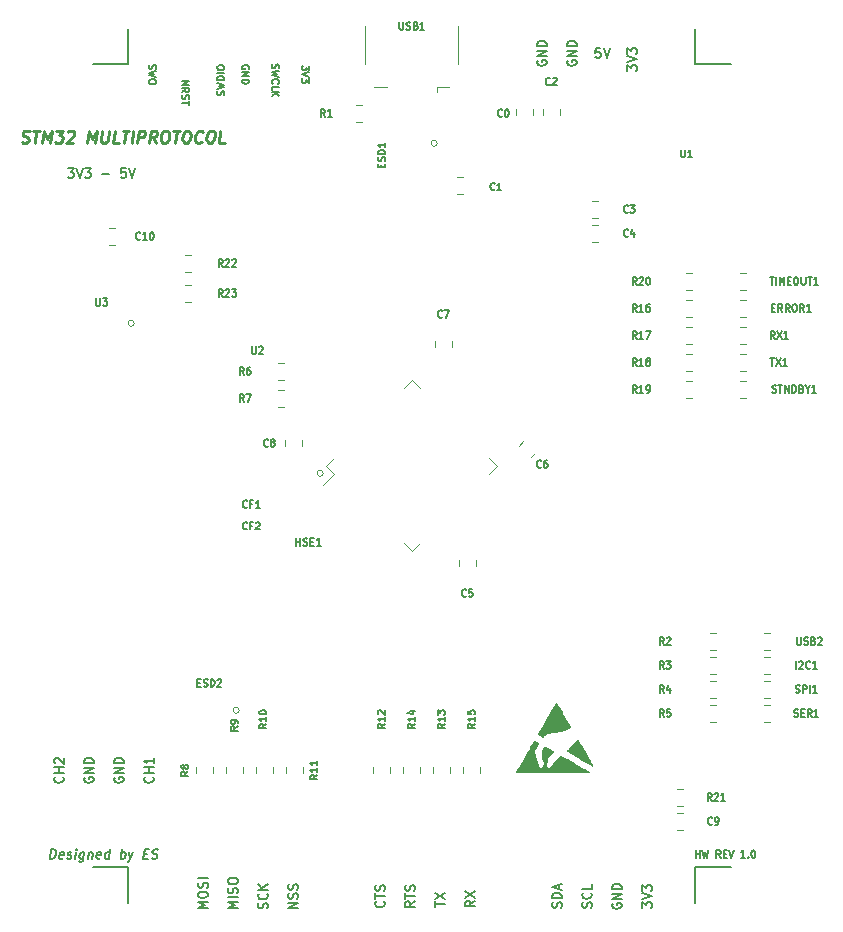
<source format=gto>
G04 #@! TF.GenerationSoftware,KiCad,Pcbnew,(5.1.5)-2*
G04 #@! TF.CreationDate,2021-02-28T22:06:59+01:00*
G04 #@! TF.ProjectId,USB_TO_I2C,5553425f-544f-45f4-9932-432e6b696361,rev?*
G04 #@! TF.SameCoordinates,Original*
G04 #@! TF.FileFunction,Legend,Top*
G04 #@! TF.FilePolarity,Positive*
%FSLAX46Y46*%
G04 Gerber Fmt 4.6, Leading zero omitted, Abs format (unit mm)*
G04 Created by KiCad (PCBNEW (5.1.5)-2) date 2021-02-28 22:06:59*
%MOMM*%
%LPD*%
G04 APERTURE LIST*
%ADD10C,0.150000*%
%ADD11C,0.120000*%
%ADD12C,0.250000*%
%ADD13C,0.200000*%
%ADD14C,0.010000*%
G04 APERTURE END LIST*
D10*
X130896952Y-74801904D02*
X131392190Y-74801904D01*
X131125523Y-75106666D01*
X131239809Y-75106666D01*
X131316000Y-75144761D01*
X131354095Y-75182857D01*
X131392190Y-75259047D01*
X131392190Y-75449523D01*
X131354095Y-75525714D01*
X131316000Y-75563809D01*
X131239809Y-75601904D01*
X131011238Y-75601904D01*
X130935047Y-75563809D01*
X130896952Y-75525714D01*
X131620761Y-74801904D02*
X131887428Y-75601904D01*
X132154095Y-74801904D01*
X132344571Y-74801904D02*
X132839809Y-74801904D01*
X132573142Y-75106666D01*
X132687428Y-75106666D01*
X132763619Y-75144761D01*
X132801714Y-75182857D01*
X132839809Y-75259047D01*
X132839809Y-75449523D01*
X132801714Y-75525714D01*
X132763619Y-75563809D01*
X132687428Y-75601904D01*
X132458857Y-75601904D01*
X132382666Y-75563809D01*
X132344571Y-75525714D01*
X133792190Y-75297142D02*
X134401714Y-75297142D01*
X135773142Y-74801904D02*
X135392190Y-74801904D01*
X135354095Y-75182857D01*
X135392190Y-75144761D01*
X135468380Y-75106666D01*
X135658857Y-75106666D01*
X135735047Y-75144761D01*
X135773142Y-75182857D01*
X135811238Y-75259047D01*
X135811238Y-75449523D01*
X135773142Y-75525714D01*
X135735047Y-75563809D01*
X135658857Y-75601904D01*
X135468380Y-75601904D01*
X135392190Y-75563809D01*
X135354095Y-75525714D01*
X136039809Y-74801904D02*
X136306476Y-75601904D01*
X136573142Y-74801904D01*
X138065714Y-126338380D02*
X138103809Y-126376476D01*
X138141904Y-126490761D01*
X138141904Y-126566952D01*
X138103809Y-126681238D01*
X138027619Y-126757428D01*
X137951428Y-126795523D01*
X137799047Y-126833619D01*
X137684761Y-126833619D01*
X137532380Y-126795523D01*
X137456190Y-126757428D01*
X137380000Y-126681238D01*
X137341904Y-126566952D01*
X137341904Y-126490761D01*
X137380000Y-126376476D01*
X137418095Y-126338380D01*
X138141904Y-125995523D02*
X137341904Y-125995523D01*
X137722857Y-125995523D02*
X137722857Y-125538380D01*
X138141904Y-125538380D02*
X137341904Y-125538380D01*
X138141904Y-124738380D02*
X138141904Y-125195523D01*
X138141904Y-124966952D02*
X137341904Y-124966952D01*
X137456190Y-125043142D01*
X137532380Y-125119333D01*
X137570476Y-125195523D01*
X134840000Y-126395523D02*
X134801904Y-126471714D01*
X134801904Y-126586000D01*
X134840000Y-126700285D01*
X134916190Y-126776476D01*
X134992380Y-126814571D01*
X135144761Y-126852666D01*
X135259047Y-126852666D01*
X135411428Y-126814571D01*
X135487619Y-126776476D01*
X135563809Y-126700285D01*
X135601904Y-126586000D01*
X135601904Y-126509809D01*
X135563809Y-126395523D01*
X135525714Y-126357428D01*
X135259047Y-126357428D01*
X135259047Y-126509809D01*
X135601904Y-126014571D02*
X134801904Y-126014571D01*
X135601904Y-125557428D01*
X134801904Y-125557428D01*
X135601904Y-125176476D02*
X134801904Y-125176476D01*
X134801904Y-124986000D01*
X134840000Y-124871714D01*
X134916190Y-124795523D01*
X134992380Y-124757428D01*
X135144761Y-124719333D01*
X135259047Y-124719333D01*
X135411428Y-124757428D01*
X135487619Y-124795523D01*
X135563809Y-124871714D01*
X135601904Y-124986000D01*
X135601904Y-125176476D01*
X132300000Y-126395523D02*
X132261904Y-126471714D01*
X132261904Y-126586000D01*
X132300000Y-126700285D01*
X132376190Y-126776476D01*
X132452380Y-126814571D01*
X132604761Y-126852666D01*
X132719047Y-126852666D01*
X132871428Y-126814571D01*
X132947619Y-126776476D01*
X133023809Y-126700285D01*
X133061904Y-126586000D01*
X133061904Y-126509809D01*
X133023809Y-126395523D01*
X132985714Y-126357428D01*
X132719047Y-126357428D01*
X132719047Y-126509809D01*
X133061904Y-126014571D02*
X132261904Y-126014571D01*
X133061904Y-125557428D01*
X132261904Y-125557428D01*
X133061904Y-125176476D02*
X132261904Y-125176476D01*
X132261904Y-124986000D01*
X132300000Y-124871714D01*
X132376190Y-124795523D01*
X132452380Y-124757428D01*
X132604761Y-124719333D01*
X132719047Y-124719333D01*
X132871428Y-124757428D01*
X132947619Y-124795523D01*
X133023809Y-124871714D01*
X133061904Y-124986000D01*
X133061904Y-125176476D01*
X130445714Y-126338380D02*
X130483809Y-126376476D01*
X130521904Y-126490761D01*
X130521904Y-126566952D01*
X130483809Y-126681238D01*
X130407619Y-126757428D01*
X130331428Y-126795523D01*
X130179047Y-126833619D01*
X130064761Y-126833619D01*
X129912380Y-126795523D01*
X129836190Y-126757428D01*
X129760000Y-126681238D01*
X129721904Y-126566952D01*
X129721904Y-126490761D01*
X129760000Y-126376476D01*
X129798095Y-126338380D01*
X130521904Y-125995523D02*
X129721904Y-125995523D01*
X130102857Y-125995523D02*
X130102857Y-125538380D01*
X130521904Y-125538380D02*
X129721904Y-125538380D01*
X129798095Y-125195523D02*
X129760000Y-125157428D01*
X129721904Y-125081238D01*
X129721904Y-124890761D01*
X129760000Y-124814571D01*
X129798095Y-124776476D01*
X129874285Y-124738380D01*
X129950476Y-124738380D01*
X130064761Y-124776476D01*
X130521904Y-125233619D01*
X130521904Y-124738380D01*
D11*
X136510000Y-87940000D02*
G75*
G03X136510000Y-87940000I-254000J0D01*
G01*
D10*
X173194000Y-65689523D02*
X173155904Y-65765714D01*
X173155904Y-65880000D01*
X173194000Y-65994285D01*
X173270190Y-66070476D01*
X173346380Y-66108571D01*
X173498761Y-66146666D01*
X173613047Y-66146666D01*
X173765428Y-66108571D01*
X173841619Y-66070476D01*
X173917809Y-65994285D01*
X173955904Y-65880000D01*
X173955904Y-65803809D01*
X173917809Y-65689523D01*
X173879714Y-65651428D01*
X173613047Y-65651428D01*
X173613047Y-65803809D01*
X173955904Y-65308571D02*
X173155904Y-65308571D01*
X173955904Y-64851428D01*
X173155904Y-64851428D01*
X173955904Y-64470476D02*
X173155904Y-64470476D01*
X173155904Y-64280000D01*
X173194000Y-64165714D01*
X173270190Y-64089523D01*
X173346380Y-64051428D01*
X173498761Y-64013333D01*
X173613047Y-64013333D01*
X173765428Y-64051428D01*
X173841619Y-64089523D01*
X173917809Y-64165714D01*
X173955904Y-64280000D01*
X173955904Y-64470476D01*
X170654000Y-65689523D02*
X170615904Y-65765714D01*
X170615904Y-65880000D01*
X170654000Y-65994285D01*
X170730190Y-66070476D01*
X170806380Y-66108571D01*
X170958761Y-66146666D01*
X171073047Y-66146666D01*
X171225428Y-66108571D01*
X171301619Y-66070476D01*
X171377809Y-65994285D01*
X171415904Y-65880000D01*
X171415904Y-65803809D01*
X171377809Y-65689523D01*
X171339714Y-65651428D01*
X171073047Y-65651428D01*
X171073047Y-65803809D01*
X171415904Y-65308571D02*
X170615904Y-65308571D01*
X171415904Y-64851428D01*
X170615904Y-64851428D01*
X171415904Y-64470476D02*
X170615904Y-64470476D01*
X170615904Y-64280000D01*
X170654000Y-64165714D01*
X170730190Y-64089523D01*
X170806380Y-64051428D01*
X170958761Y-64013333D01*
X171073047Y-64013333D01*
X171225428Y-64051428D01*
X171301619Y-64089523D01*
X171377809Y-64165714D01*
X171415904Y-64280000D01*
X171415904Y-64470476D01*
X175981619Y-64641904D02*
X175600666Y-64641904D01*
X175562571Y-65022857D01*
X175600666Y-64984761D01*
X175676857Y-64946666D01*
X175867333Y-64946666D01*
X175943523Y-64984761D01*
X175981619Y-65022857D01*
X176019714Y-65099047D01*
X176019714Y-65289523D01*
X175981619Y-65365714D01*
X175943523Y-65403809D01*
X175867333Y-65441904D01*
X175676857Y-65441904D01*
X175600666Y-65403809D01*
X175562571Y-65365714D01*
X176248285Y-64641904D02*
X176514952Y-65441904D01*
X176781619Y-64641904D01*
X178235904Y-66578476D02*
X178235904Y-66083238D01*
X178540666Y-66349904D01*
X178540666Y-66235619D01*
X178578761Y-66159428D01*
X178616857Y-66121333D01*
X178693047Y-66083238D01*
X178883523Y-66083238D01*
X178959714Y-66121333D01*
X178997809Y-66159428D01*
X179035904Y-66235619D01*
X179035904Y-66464190D01*
X178997809Y-66540380D01*
X178959714Y-66578476D01*
X178235904Y-65854666D02*
X179035904Y-65588000D01*
X178235904Y-65321333D01*
X178235904Y-65130857D02*
X178235904Y-64635619D01*
X178540666Y-64902285D01*
X178540666Y-64788000D01*
X178578761Y-64711809D01*
X178616857Y-64673714D01*
X178693047Y-64635619D01*
X178883523Y-64635619D01*
X178959714Y-64673714D01*
X178997809Y-64711809D01*
X179035904Y-64788000D01*
X179035904Y-65016571D01*
X178997809Y-65092761D01*
X178959714Y-65130857D01*
D12*
X126969270Y-72596761D02*
X127106175Y-72644380D01*
X127344270Y-72644380D01*
X127445461Y-72596761D01*
X127499032Y-72549142D01*
X127558556Y-72453904D01*
X127570461Y-72358666D01*
X127534747Y-72263428D01*
X127493080Y-72215809D01*
X127403794Y-72168190D01*
X127219270Y-72120571D01*
X127129985Y-72072952D01*
X127088318Y-72025333D01*
X127052604Y-71930095D01*
X127064508Y-71834857D01*
X127124032Y-71739619D01*
X127177604Y-71692000D01*
X127278794Y-71644380D01*
X127516889Y-71644380D01*
X127653794Y-71692000D01*
X127945461Y-71644380D02*
X128516889Y-71644380D01*
X128106175Y-72644380D02*
X128231175Y-71644380D01*
X128725223Y-72644380D02*
X128850223Y-71644380D01*
X129094270Y-72358666D01*
X129516889Y-71644380D01*
X129391889Y-72644380D01*
X129897842Y-71644380D02*
X130516889Y-71644380D01*
X130135937Y-72025333D01*
X130278794Y-72025333D01*
X130368080Y-72072952D01*
X130409747Y-72120571D01*
X130445461Y-72215809D01*
X130415699Y-72453904D01*
X130356175Y-72549142D01*
X130302604Y-72596761D01*
X130201413Y-72644380D01*
X129915699Y-72644380D01*
X129826413Y-72596761D01*
X129784747Y-72549142D01*
X130885937Y-71739619D02*
X130939508Y-71692000D01*
X131040699Y-71644380D01*
X131278794Y-71644380D01*
X131368080Y-71692000D01*
X131409747Y-71739619D01*
X131445461Y-71834857D01*
X131433556Y-71930095D01*
X131368080Y-72072952D01*
X130725223Y-72644380D01*
X131344270Y-72644380D01*
X132534747Y-72644380D02*
X132659747Y-71644380D01*
X132903794Y-72358666D01*
X133326413Y-71644380D01*
X133201413Y-72644380D01*
X133802604Y-71644380D02*
X133701413Y-72453904D01*
X133737127Y-72549142D01*
X133778794Y-72596761D01*
X133868080Y-72644380D01*
X134058556Y-72644380D01*
X134159747Y-72596761D01*
X134213318Y-72549142D01*
X134272842Y-72453904D01*
X134374032Y-71644380D01*
X135201413Y-72644380D02*
X134725223Y-72644380D01*
X134850223Y-71644380D01*
X135516889Y-71644380D02*
X136088318Y-71644380D01*
X135677604Y-72644380D02*
X135802604Y-71644380D01*
X136296651Y-72644380D02*
X136421651Y-71644380D01*
X136772842Y-72644380D02*
X136897842Y-71644380D01*
X137278794Y-71644380D01*
X137368080Y-71692000D01*
X137409747Y-71739619D01*
X137445461Y-71834857D01*
X137427604Y-71977714D01*
X137368080Y-72072952D01*
X137314508Y-72120571D01*
X137213318Y-72168190D01*
X136832366Y-72168190D01*
X138344270Y-72644380D02*
X138070461Y-72168190D01*
X137772842Y-72644380D02*
X137897842Y-71644380D01*
X138278794Y-71644380D01*
X138368080Y-71692000D01*
X138409747Y-71739619D01*
X138445461Y-71834857D01*
X138427604Y-71977714D01*
X138368080Y-72072952D01*
X138314508Y-72120571D01*
X138213318Y-72168190D01*
X137832366Y-72168190D01*
X139088318Y-71644380D02*
X139278794Y-71644380D01*
X139368080Y-71692000D01*
X139451413Y-71787238D01*
X139475223Y-71977714D01*
X139433556Y-72311047D01*
X139362127Y-72501523D01*
X139254985Y-72596761D01*
X139153794Y-72644380D01*
X138963318Y-72644380D01*
X138874032Y-72596761D01*
X138790699Y-72501523D01*
X138766889Y-72311047D01*
X138808556Y-71977714D01*
X138879985Y-71787238D01*
X138987127Y-71692000D01*
X139088318Y-71644380D01*
X139802604Y-71644380D02*
X140374032Y-71644380D01*
X139963318Y-72644380D02*
X140088318Y-71644380D01*
X140897842Y-71644380D02*
X141088318Y-71644380D01*
X141177604Y-71692000D01*
X141260937Y-71787238D01*
X141284747Y-71977714D01*
X141243080Y-72311047D01*
X141171651Y-72501523D01*
X141064508Y-72596761D01*
X140963318Y-72644380D01*
X140772842Y-72644380D01*
X140683556Y-72596761D01*
X140600223Y-72501523D01*
X140576413Y-72311047D01*
X140618080Y-71977714D01*
X140689508Y-71787238D01*
X140796651Y-71692000D01*
X140897842Y-71644380D01*
X142213318Y-72549142D02*
X142159747Y-72596761D01*
X142010937Y-72644380D01*
X141915699Y-72644380D01*
X141778794Y-72596761D01*
X141695461Y-72501523D01*
X141659747Y-72406285D01*
X141635937Y-72215809D01*
X141653794Y-72072952D01*
X141725223Y-71882476D01*
X141784747Y-71787238D01*
X141891889Y-71692000D01*
X142040699Y-71644380D01*
X142135937Y-71644380D01*
X142272842Y-71692000D01*
X142314508Y-71739619D01*
X142945461Y-71644380D02*
X143135937Y-71644380D01*
X143225223Y-71692000D01*
X143308556Y-71787238D01*
X143332366Y-71977714D01*
X143290699Y-72311047D01*
X143219270Y-72501523D01*
X143112127Y-72596761D01*
X143010937Y-72644380D01*
X142820461Y-72644380D01*
X142731175Y-72596761D01*
X142647842Y-72501523D01*
X142624032Y-72311047D01*
X142665699Y-71977714D01*
X142737127Y-71787238D01*
X142844270Y-71692000D01*
X142945461Y-71644380D01*
X144153794Y-72644380D02*
X143677604Y-72644380D01*
X143802604Y-71644380D01*
D10*
X184033714Y-133169428D02*
X184033714Y-132569428D01*
X184033714Y-132855142D02*
X184376571Y-132855142D01*
X184376571Y-133169428D02*
X184376571Y-132569428D01*
X184605142Y-132569428D02*
X184748000Y-133169428D01*
X184862285Y-132740857D01*
X184976571Y-133169428D01*
X185119428Y-132569428D01*
X186148000Y-133169428D02*
X185948000Y-132883714D01*
X185805142Y-133169428D02*
X185805142Y-132569428D01*
X186033714Y-132569428D01*
X186090857Y-132598000D01*
X186119428Y-132626571D01*
X186148000Y-132683714D01*
X186148000Y-132769428D01*
X186119428Y-132826571D01*
X186090857Y-132855142D01*
X186033714Y-132883714D01*
X185805142Y-132883714D01*
X186405142Y-132855142D02*
X186605142Y-132855142D01*
X186690857Y-133169428D02*
X186405142Y-133169428D01*
X186405142Y-132569428D01*
X186690857Y-132569428D01*
X186862285Y-132569428D02*
X187062285Y-133169428D01*
X187262285Y-132569428D01*
X188233714Y-133169428D02*
X187890857Y-133169428D01*
X188062285Y-133169428D02*
X188062285Y-132569428D01*
X188005142Y-132655142D01*
X187948000Y-132712285D01*
X187890857Y-132740857D01*
X188490857Y-133112285D02*
X188519428Y-133140857D01*
X188490857Y-133169428D01*
X188462285Y-133140857D01*
X188490857Y-133112285D01*
X188490857Y-133169428D01*
X188890857Y-132569428D02*
X188948000Y-132569428D01*
X189005142Y-132598000D01*
X189033714Y-132626571D01*
X189062285Y-132683714D01*
X189090857Y-132798000D01*
X189090857Y-132940857D01*
X189062285Y-133055142D01*
X189033714Y-133112285D01*
X189005142Y-133140857D01*
X188948000Y-133169428D01*
X188890857Y-133169428D01*
X188833714Y-133140857D01*
X188805142Y-133112285D01*
X188776571Y-133055142D01*
X188748000Y-132940857D01*
X188748000Y-132798000D01*
X188776571Y-132683714D01*
X188805142Y-132626571D01*
X188833714Y-132598000D01*
X188890857Y-132569428D01*
D13*
X129369226Y-133259904D02*
X129469226Y-132459904D01*
X129659702Y-132459904D01*
X129769226Y-132498000D01*
X129835892Y-132574190D01*
X129864464Y-132650380D01*
X129883511Y-132802761D01*
X129869226Y-132917047D01*
X129812083Y-133069428D01*
X129764464Y-133145619D01*
X129678750Y-133221809D01*
X129559702Y-133259904D01*
X129369226Y-133259904D01*
X130478750Y-133221809D02*
X130397797Y-133259904D01*
X130245416Y-133259904D01*
X130173988Y-133221809D01*
X130145416Y-133145619D01*
X130183511Y-132840857D01*
X130231130Y-132764666D01*
X130312083Y-132726571D01*
X130464464Y-132726571D01*
X130535892Y-132764666D01*
X130564464Y-132840857D01*
X130554940Y-132917047D01*
X130164464Y-132993238D01*
X130821607Y-133221809D02*
X130893035Y-133259904D01*
X131045416Y-133259904D01*
X131126369Y-133221809D01*
X131173988Y-133145619D01*
X131178750Y-133107523D01*
X131150178Y-133031333D01*
X131078750Y-132993238D01*
X130964464Y-132993238D01*
X130893035Y-132955142D01*
X130864464Y-132878952D01*
X130869226Y-132840857D01*
X130916845Y-132764666D01*
X130997797Y-132726571D01*
X131112083Y-132726571D01*
X131183511Y-132764666D01*
X131502559Y-133259904D02*
X131569226Y-132726571D01*
X131602559Y-132459904D02*
X131559702Y-132498000D01*
X131593035Y-132536095D01*
X131635892Y-132498000D01*
X131602559Y-132459904D01*
X131593035Y-132536095D01*
X132293035Y-132726571D02*
X132212083Y-133374190D01*
X132164464Y-133450380D01*
X132121607Y-133488476D01*
X132040654Y-133526571D01*
X131926369Y-133526571D01*
X131854940Y-133488476D01*
X132231130Y-133221809D02*
X132150178Y-133259904D01*
X131997797Y-133259904D01*
X131926369Y-133221809D01*
X131893035Y-133183714D01*
X131864464Y-133107523D01*
X131893035Y-132878952D01*
X131940654Y-132802761D01*
X131983511Y-132764666D01*
X132064464Y-132726571D01*
X132216845Y-132726571D01*
X132288273Y-132764666D01*
X132673988Y-132726571D02*
X132607321Y-133259904D01*
X132664464Y-132802761D02*
X132707321Y-132764666D01*
X132788273Y-132726571D01*
X132902559Y-132726571D01*
X132973988Y-132764666D01*
X133002559Y-132840857D01*
X132950178Y-133259904D01*
X133640654Y-133221809D02*
X133559702Y-133259904D01*
X133407321Y-133259904D01*
X133335892Y-133221809D01*
X133307321Y-133145619D01*
X133345416Y-132840857D01*
X133393035Y-132764666D01*
X133473988Y-132726571D01*
X133626369Y-132726571D01*
X133697797Y-132764666D01*
X133726369Y-132840857D01*
X133716845Y-132917047D01*
X133326369Y-132993238D01*
X134359702Y-133259904D02*
X134459702Y-132459904D01*
X134364464Y-133221809D02*
X134283511Y-133259904D01*
X134131130Y-133259904D01*
X134059702Y-133221809D01*
X134026369Y-133183714D01*
X133997797Y-133107523D01*
X134026369Y-132878952D01*
X134073988Y-132802761D01*
X134116845Y-132764666D01*
X134197797Y-132726571D01*
X134350178Y-132726571D01*
X134421607Y-132764666D01*
X135350178Y-133259904D02*
X135450178Y-132459904D01*
X135412083Y-132764666D02*
X135493035Y-132726571D01*
X135645416Y-132726571D01*
X135716845Y-132764666D01*
X135750178Y-132802761D01*
X135778750Y-132878952D01*
X135750178Y-133107523D01*
X135702559Y-133183714D01*
X135659702Y-133221809D01*
X135578750Y-133259904D01*
X135426369Y-133259904D01*
X135354940Y-133221809D01*
X136064464Y-132726571D02*
X136188273Y-133259904D01*
X136445416Y-132726571D02*
X136188273Y-133259904D01*
X136088273Y-133450380D01*
X136045416Y-133488476D01*
X135964464Y-133526571D01*
X137345416Y-132840857D02*
X137612083Y-132840857D01*
X137673988Y-133259904D02*
X137293035Y-133259904D01*
X137393035Y-132459904D01*
X137773988Y-132459904D01*
X137983511Y-133221809D02*
X138093035Y-133259904D01*
X138283511Y-133259904D01*
X138364464Y-133221809D01*
X138407321Y-133183714D01*
X138454940Y-133107523D01*
X138464464Y-133031333D01*
X138435892Y-132955142D01*
X138402559Y-132917047D01*
X138331130Y-132878952D01*
X138183511Y-132840857D01*
X138112083Y-132802761D01*
X138078750Y-132764666D01*
X138050178Y-132688476D01*
X138059702Y-132612285D01*
X138107321Y-132536095D01*
X138150178Y-132498000D01*
X138231130Y-132459904D01*
X138421607Y-132459904D01*
X138531130Y-132498000D01*
D11*
X162164000Y-72700000D02*
G75*
G03X162164000Y-72700000I-254000J0D01*
G01*
X145400000Y-120706000D02*
G75*
G03X145400000Y-120706000I-254000J0D01*
G01*
X152512000Y-100640000D02*
G75*
G03X152512000Y-100640000I-254000J0D01*
G01*
D13*
X136000000Y-66000000D02*
X133000000Y-66000000D01*
X136000000Y-63000000D02*
X136000000Y-66000000D01*
X184000000Y-66000000D02*
X187000000Y-66000000D01*
X184000000Y-63000000D02*
X184000000Y-66000000D01*
X184000000Y-134000000D02*
X187000000Y-134000000D01*
X184000000Y-137000000D02*
X184000000Y-134000000D01*
X136000000Y-134000000D02*
X136000000Y-137000000D01*
X133000000Y-134000000D02*
X136000000Y-134000000D01*
D10*
X179505904Y-137444476D02*
X179505904Y-136949238D01*
X179810666Y-137215904D01*
X179810666Y-137101619D01*
X179848761Y-137025428D01*
X179886857Y-136987333D01*
X179963047Y-136949238D01*
X180153523Y-136949238D01*
X180229714Y-136987333D01*
X180267809Y-137025428D01*
X180305904Y-137101619D01*
X180305904Y-137330190D01*
X180267809Y-137406380D01*
X180229714Y-137444476D01*
X179505904Y-136720666D02*
X180305904Y-136454000D01*
X179505904Y-136187333D01*
X179505904Y-135996857D02*
X179505904Y-135501619D01*
X179810666Y-135768285D01*
X179810666Y-135654000D01*
X179848761Y-135577809D01*
X179886857Y-135539714D01*
X179963047Y-135501619D01*
X180153523Y-135501619D01*
X180229714Y-135539714D01*
X180267809Y-135577809D01*
X180305904Y-135654000D01*
X180305904Y-135882571D01*
X180267809Y-135958761D01*
X180229714Y-135996857D01*
X177004000Y-137063523D02*
X176965904Y-137139714D01*
X176965904Y-137254000D01*
X177004000Y-137368285D01*
X177080190Y-137444476D01*
X177156380Y-137482571D01*
X177308761Y-137520666D01*
X177423047Y-137520666D01*
X177575428Y-137482571D01*
X177651619Y-137444476D01*
X177727809Y-137368285D01*
X177765904Y-137254000D01*
X177765904Y-137177809D01*
X177727809Y-137063523D01*
X177689714Y-137025428D01*
X177423047Y-137025428D01*
X177423047Y-137177809D01*
X177765904Y-136682571D02*
X176965904Y-136682571D01*
X177765904Y-136225428D01*
X176965904Y-136225428D01*
X177765904Y-135844476D02*
X176965904Y-135844476D01*
X176965904Y-135654000D01*
X177004000Y-135539714D01*
X177080190Y-135463523D01*
X177156380Y-135425428D01*
X177308761Y-135387333D01*
X177423047Y-135387333D01*
X177575428Y-135425428D01*
X177651619Y-135463523D01*
X177727809Y-135539714D01*
X177765904Y-135654000D01*
X177765904Y-135844476D01*
X175187809Y-137406380D02*
X175225904Y-137292095D01*
X175225904Y-137101619D01*
X175187809Y-137025428D01*
X175149714Y-136987333D01*
X175073523Y-136949238D01*
X174997333Y-136949238D01*
X174921142Y-136987333D01*
X174883047Y-137025428D01*
X174844952Y-137101619D01*
X174806857Y-137254000D01*
X174768761Y-137330190D01*
X174730666Y-137368285D01*
X174654476Y-137406380D01*
X174578285Y-137406380D01*
X174502095Y-137368285D01*
X174464000Y-137330190D01*
X174425904Y-137254000D01*
X174425904Y-137063523D01*
X174464000Y-136949238D01*
X175149714Y-136149238D02*
X175187809Y-136187333D01*
X175225904Y-136301619D01*
X175225904Y-136377809D01*
X175187809Y-136492095D01*
X175111619Y-136568285D01*
X175035428Y-136606380D01*
X174883047Y-136644476D01*
X174768761Y-136644476D01*
X174616380Y-136606380D01*
X174540190Y-136568285D01*
X174464000Y-136492095D01*
X174425904Y-136377809D01*
X174425904Y-136301619D01*
X174464000Y-136187333D01*
X174502095Y-136149238D01*
X175225904Y-135425428D02*
X175225904Y-135806380D01*
X174425904Y-135806380D01*
X172647809Y-137425428D02*
X172685904Y-137311142D01*
X172685904Y-137120666D01*
X172647809Y-137044476D01*
X172609714Y-137006380D01*
X172533523Y-136968285D01*
X172457333Y-136968285D01*
X172381142Y-137006380D01*
X172343047Y-137044476D01*
X172304952Y-137120666D01*
X172266857Y-137273047D01*
X172228761Y-137349238D01*
X172190666Y-137387333D01*
X172114476Y-137425428D01*
X172038285Y-137425428D01*
X171962095Y-137387333D01*
X171924000Y-137349238D01*
X171885904Y-137273047D01*
X171885904Y-137082571D01*
X171924000Y-136968285D01*
X172685904Y-136625428D02*
X171885904Y-136625428D01*
X171885904Y-136434952D01*
X171924000Y-136320666D01*
X172000190Y-136244476D01*
X172076380Y-136206380D01*
X172228761Y-136168285D01*
X172343047Y-136168285D01*
X172495428Y-136206380D01*
X172571619Y-136244476D01*
X172647809Y-136320666D01*
X172685904Y-136434952D01*
X172685904Y-136625428D01*
X172457333Y-135863523D02*
X172457333Y-135482571D01*
X172685904Y-135939714D02*
X171885904Y-135673047D01*
X172685904Y-135406380D01*
X165319904Y-136841333D02*
X164938952Y-137108000D01*
X165319904Y-137298476D02*
X164519904Y-137298476D01*
X164519904Y-136993714D01*
X164558000Y-136917523D01*
X164596095Y-136879428D01*
X164672285Y-136841333D01*
X164786571Y-136841333D01*
X164862761Y-136879428D01*
X164900857Y-136917523D01*
X164938952Y-136993714D01*
X164938952Y-137298476D01*
X164519904Y-136574666D02*
X165319904Y-136041333D01*
X164519904Y-136041333D02*
X165319904Y-136574666D01*
X161979904Y-137317523D02*
X161979904Y-136860380D01*
X162779904Y-137088952D02*
X161979904Y-137088952D01*
X161979904Y-136669904D02*
X162779904Y-136136571D01*
X161979904Y-136136571D02*
X162779904Y-136669904D01*
X160239904Y-136892095D02*
X159858952Y-137158761D01*
X160239904Y-137349238D02*
X159439904Y-137349238D01*
X159439904Y-137044476D01*
X159478000Y-136968285D01*
X159516095Y-136930190D01*
X159592285Y-136892095D01*
X159706571Y-136892095D01*
X159782761Y-136930190D01*
X159820857Y-136968285D01*
X159858952Y-137044476D01*
X159858952Y-137349238D01*
X159439904Y-136663523D02*
X159439904Y-136206380D01*
X160239904Y-136434952D02*
X159439904Y-136434952D01*
X160201809Y-135977809D02*
X160239904Y-135863523D01*
X160239904Y-135673047D01*
X160201809Y-135596857D01*
X160163714Y-135558761D01*
X160087523Y-135520666D01*
X160011333Y-135520666D01*
X159935142Y-135558761D01*
X159897047Y-135596857D01*
X159858952Y-135673047D01*
X159820857Y-135825428D01*
X159782761Y-135901619D01*
X159744666Y-135939714D01*
X159668476Y-135977809D01*
X159592285Y-135977809D01*
X159516095Y-135939714D01*
X159478000Y-135901619D01*
X159439904Y-135825428D01*
X159439904Y-135634952D01*
X159478000Y-135520666D01*
X157623714Y-136892095D02*
X157661809Y-136930190D01*
X157699904Y-137044476D01*
X157699904Y-137120666D01*
X157661809Y-137234952D01*
X157585619Y-137311142D01*
X157509428Y-137349238D01*
X157357047Y-137387333D01*
X157242761Y-137387333D01*
X157090380Y-137349238D01*
X157014190Y-137311142D01*
X156938000Y-137234952D01*
X156899904Y-137120666D01*
X156899904Y-137044476D01*
X156938000Y-136930190D01*
X156976095Y-136892095D01*
X156899904Y-136663523D02*
X156899904Y-136206380D01*
X157699904Y-136434952D02*
X156899904Y-136434952D01*
X157661809Y-135977809D02*
X157699904Y-135863523D01*
X157699904Y-135673047D01*
X157661809Y-135596857D01*
X157623714Y-135558761D01*
X157547523Y-135520666D01*
X157471333Y-135520666D01*
X157395142Y-135558761D01*
X157357047Y-135596857D01*
X157318952Y-135673047D01*
X157280857Y-135825428D01*
X157242761Y-135901619D01*
X157204666Y-135939714D01*
X157128476Y-135977809D01*
X157052285Y-135977809D01*
X156976095Y-135939714D01*
X156938000Y-135901619D01*
X156899904Y-135825428D01*
X156899904Y-135634952D01*
X156938000Y-135520666D01*
X150333904Y-137444476D02*
X149533904Y-137444476D01*
X150333904Y-136987333D01*
X149533904Y-136987333D01*
X150295809Y-136644476D02*
X150333904Y-136530190D01*
X150333904Y-136339714D01*
X150295809Y-136263523D01*
X150257714Y-136225428D01*
X150181523Y-136187333D01*
X150105333Y-136187333D01*
X150029142Y-136225428D01*
X149991047Y-136263523D01*
X149952952Y-136339714D01*
X149914857Y-136492095D01*
X149876761Y-136568285D01*
X149838666Y-136606380D01*
X149762476Y-136644476D01*
X149686285Y-136644476D01*
X149610095Y-136606380D01*
X149572000Y-136568285D01*
X149533904Y-136492095D01*
X149533904Y-136301619D01*
X149572000Y-136187333D01*
X150295809Y-135882571D02*
X150333904Y-135768285D01*
X150333904Y-135577809D01*
X150295809Y-135501619D01*
X150257714Y-135463523D01*
X150181523Y-135425428D01*
X150105333Y-135425428D01*
X150029142Y-135463523D01*
X149991047Y-135501619D01*
X149952952Y-135577809D01*
X149914857Y-135730190D01*
X149876761Y-135806380D01*
X149838666Y-135844476D01*
X149762476Y-135882571D01*
X149686285Y-135882571D01*
X149610095Y-135844476D01*
X149572000Y-135806380D01*
X149533904Y-135730190D01*
X149533904Y-135539714D01*
X149572000Y-135425428D01*
X147755809Y-137482571D02*
X147793904Y-137368285D01*
X147793904Y-137177809D01*
X147755809Y-137101619D01*
X147717714Y-137063523D01*
X147641523Y-137025428D01*
X147565333Y-137025428D01*
X147489142Y-137063523D01*
X147451047Y-137101619D01*
X147412952Y-137177809D01*
X147374857Y-137330190D01*
X147336761Y-137406380D01*
X147298666Y-137444476D01*
X147222476Y-137482571D01*
X147146285Y-137482571D01*
X147070095Y-137444476D01*
X147032000Y-137406380D01*
X146993904Y-137330190D01*
X146993904Y-137139714D01*
X147032000Y-137025428D01*
X147717714Y-136225428D02*
X147755809Y-136263523D01*
X147793904Y-136377809D01*
X147793904Y-136454000D01*
X147755809Y-136568285D01*
X147679619Y-136644476D01*
X147603428Y-136682571D01*
X147451047Y-136720666D01*
X147336761Y-136720666D01*
X147184380Y-136682571D01*
X147108190Y-136644476D01*
X147032000Y-136568285D01*
X146993904Y-136454000D01*
X146993904Y-136377809D01*
X147032000Y-136263523D01*
X147070095Y-136225428D01*
X147793904Y-135882571D02*
X146993904Y-135882571D01*
X147793904Y-135425428D02*
X147336761Y-135768285D01*
X146993904Y-135425428D02*
X147451047Y-135882571D01*
X142713904Y-137457142D02*
X141913904Y-137457142D01*
X142485333Y-137190476D01*
X141913904Y-136923809D01*
X142713904Y-136923809D01*
X141913904Y-136390476D02*
X141913904Y-136238095D01*
X141952000Y-136161904D01*
X142028190Y-136085714D01*
X142180571Y-136047619D01*
X142447238Y-136047619D01*
X142599619Y-136085714D01*
X142675809Y-136161904D01*
X142713904Y-136238095D01*
X142713904Y-136390476D01*
X142675809Y-136466666D01*
X142599619Y-136542857D01*
X142447238Y-136580952D01*
X142180571Y-136580952D01*
X142028190Y-136542857D01*
X141952000Y-136466666D01*
X141913904Y-136390476D01*
X142675809Y-135742857D02*
X142713904Y-135628571D01*
X142713904Y-135438095D01*
X142675809Y-135361904D01*
X142637714Y-135323809D01*
X142561523Y-135285714D01*
X142485333Y-135285714D01*
X142409142Y-135323809D01*
X142371047Y-135361904D01*
X142332952Y-135438095D01*
X142294857Y-135590476D01*
X142256761Y-135666666D01*
X142218666Y-135704761D01*
X142142476Y-135742857D01*
X142066285Y-135742857D01*
X141990095Y-135704761D01*
X141952000Y-135666666D01*
X141913904Y-135590476D01*
X141913904Y-135400000D01*
X141952000Y-135285714D01*
X142713904Y-134942857D02*
X141913904Y-134942857D01*
X145253904Y-137457142D02*
X144453904Y-137457142D01*
X145025333Y-137190476D01*
X144453904Y-136923809D01*
X145253904Y-136923809D01*
X145253904Y-136542857D02*
X144453904Y-136542857D01*
X145215809Y-136200000D02*
X145253904Y-136085714D01*
X145253904Y-135895238D01*
X145215809Y-135819047D01*
X145177714Y-135780952D01*
X145101523Y-135742857D01*
X145025333Y-135742857D01*
X144949142Y-135780952D01*
X144911047Y-135819047D01*
X144872952Y-135895238D01*
X144834857Y-136047619D01*
X144796761Y-136123809D01*
X144758666Y-136161904D01*
X144682476Y-136200000D01*
X144606285Y-136200000D01*
X144530095Y-136161904D01*
X144492000Y-136123809D01*
X144453904Y-136047619D01*
X144453904Y-135857142D01*
X144492000Y-135742857D01*
X144453904Y-135247619D02*
X144453904Y-135095238D01*
X144492000Y-135019047D01*
X144568190Y-134942857D01*
X144720571Y-134904761D01*
X144987238Y-134904761D01*
X145139619Y-134942857D01*
X145215809Y-135019047D01*
X145253904Y-135095238D01*
X145253904Y-135247619D01*
X145215809Y-135323809D01*
X145139619Y-135400000D01*
X144987238Y-135438095D01*
X144720571Y-135438095D01*
X144568190Y-135400000D01*
X144492000Y-135323809D01*
X144453904Y-135247619D01*
X146208000Y-66400857D02*
X146236571Y-66343714D01*
X146236571Y-66258000D01*
X146208000Y-66172285D01*
X146150857Y-66115142D01*
X146093714Y-66086571D01*
X145979428Y-66058000D01*
X145893714Y-66058000D01*
X145779428Y-66086571D01*
X145722285Y-66115142D01*
X145665142Y-66172285D01*
X145636571Y-66258000D01*
X145636571Y-66315142D01*
X145665142Y-66400857D01*
X145693714Y-66429428D01*
X145893714Y-66429428D01*
X145893714Y-66315142D01*
X145636571Y-66686571D02*
X146236571Y-66686571D01*
X145636571Y-67029428D01*
X146236571Y-67029428D01*
X145636571Y-67315142D02*
X146236571Y-67315142D01*
X146236571Y-67458000D01*
X146208000Y-67543714D01*
X146150857Y-67600857D01*
X146093714Y-67629428D01*
X145979428Y-67658000D01*
X145893714Y-67658000D01*
X145779428Y-67629428D01*
X145722285Y-67600857D01*
X145665142Y-67543714D01*
X145636571Y-67458000D01*
X145636571Y-67315142D01*
X148205142Y-66008857D02*
X148176571Y-66094571D01*
X148176571Y-66237428D01*
X148205142Y-66294571D01*
X148233714Y-66323142D01*
X148290857Y-66351714D01*
X148348000Y-66351714D01*
X148405142Y-66323142D01*
X148433714Y-66294571D01*
X148462285Y-66237428D01*
X148490857Y-66123142D01*
X148519428Y-66066000D01*
X148548000Y-66037428D01*
X148605142Y-66008857D01*
X148662285Y-66008857D01*
X148719428Y-66037428D01*
X148748000Y-66066000D01*
X148776571Y-66123142D01*
X148776571Y-66266000D01*
X148748000Y-66351714D01*
X148776571Y-66551714D02*
X148176571Y-66694571D01*
X148605142Y-66808857D01*
X148176571Y-66923142D01*
X148776571Y-67066000D01*
X148233714Y-67637428D02*
X148205142Y-67608857D01*
X148176571Y-67523142D01*
X148176571Y-67466000D01*
X148205142Y-67380285D01*
X148262285Y-67323142D01*
X148319428Y-67294571D01*
X148433714Y-67266000D01*
X148519428Y-67266000D01*
X148633714Y-67294571D01*
X148690857Y-67323142D01*
X148748000Y-67380285D01*
X148776571Y-67466000D01*
X148776571Y-67523142D01*
X148748000Y-67608857D01*
X148719428Y-67637428D01*
X148176571Y-68180285D02*
X148176571Y-67894571D01*
X148776571Y-67894571D01*
X148176571Y-68380285D02*
X148776571Y-68380285D01*
X148176571Y-68723142D02*
X148519428Y-68466000D01*
X148776571Y-68723142D02*
X148433714Y-68380285D01*
X144118857Y-68637428D02*
X144147428Y-68551714D01*
X144147428Y-68408857D01*
X144118857Y-68351714D01*
X144090285Y-68323142D01*
X144033142Y-68294571D01*
X143976000Y-68294571D01*
X143918857Y-68323142D01*
X143890285Y-68351714D01*
X143861714Y-68408857D01*
X143833142Y-68523142D01*
X143804571Y-68580285D01*
X143776000Y-68608857D01*
X143718857Y-68637428D01*
X143661714Y-68637428D01*
X143604571Y-68608857D01*
X143576000Y-68580285D01*
X143547428Y-68523142D01*
X143547428Y-68380285D01*
X143576000Y-68294571D01*
X143547428Y-68094571D02*
X144147428Y-67951714D01*
X143718857Y-67837428D01*
X144147428Y-67723142D01*
X143547428Y-67580285D01*
X144147428Y-67351714D02*
X143547428Y-67351714D01*
X143547428Y-67208857D01*
X143576000Y-67123142D01*
X143633142Y-67066000D01*
X143690285Y-67037428D01*
X143804571Y-67008857D01*
X143890285Y-67008857D01*
X144004571Y-67037428D01*
X144061714Y-67066000D01*
X144118857Y-67123142D01*
X144147428Y-67208857D01*
X144147428Y-67351714D01*
X144147428Y-66751714D02*
X143547428Y-66751714D01*
X143547428Y-66351714D02*
X143547428Y-66237428D01*
X143576000Y-66180285D01*
X143633142Y-66123142D01*
X143747428Y-66094571D01*
X143947428Y-66094571D01*
X144061714Y-66123142D01*
X144118857Y-66180285D01*
X144147428Y-66237428D01*
X144147428Y-66351714D01*
X144118857Y-66408857D01*
X144061714Y-66466000D01*
X143947428Y-66494571D01*
X143747428Y-66494571D01*
X143633142Y-66466000D01*
X143576000Y-66408857D01*
X143547428Y-66351714D01*
X137791142Y-66029428D02*
X137762571Y-66115142D01*
X137762571Y-66258000D01*
X137791142Y-66315142D01*
X137819714Y-66343714D01*
X137876857Y-66372285D01*
X137934000Y-66372285D01*
X137991142Y-66343714D01*
X138019714Y-66315142D01*
X138048285Y-66258000D01*
X138076857Y-66143714D01*
X138105428Y-66086571D01*
X138134000Y-66058000D01*
X138191142Y-66029428D01*
X138248285Y-66029428D01*
X138305428Y-66058000D01*
X138334000Y-66086571D01*
X138362571Y-66143714D01*
X138362571Y-66286571D01*
X138334000Y-66372285D01*
X138362571Y-66572285D02*
X137762571Y-66715142D01*
X138191142Y-66829428D01*
X137762571Y-66943714D01*
X138362571Y-67086571D01*
X138362571Y-67429428D02*
X138362571Y-67543714D01*
X138334000Y-67600857D01*
X138276857Y-67658000D01*
X138162571Y-67686571D01*
X137962571Y-67686571D01*
X137848285Y-67658000D01*
X137791142Y-67600857D01*
X137762571Y-67543714D01*
X137762571Y-67429428D01*
X137791142Y-67372285D01*
X137848285Y-67315142D01*
X137962571Y-67286571D01*
X138162571Y-67286571D01*
X138276857Y-67315142D01*
X138334000Y-67372285D01*
X138362571Y-67429428D01*
X140556571Y-67396285D02*
X141156571Y-67396285D01*
X140556571Y-67739142D01*
X141156571Y-67739142D01*
X140556571Y-68367714D02*
X140842285Y-68167714D01*
X140556571Y-68024857D02*
X141156571Y-68024857D01*
X141156571Y-68253428D01*
X141128000Y-68310571D01*
X141099428Y-68339142D01*
X141042285Y-68367714D01*
X140956571Y-68367714D01*
X140899428Y-68339142D01*
X140870857Y-68310571D01*
X140842285Y-68253428D01*
X140842285Y-68024857D01*
X140585142Y-68596285D02*
X140556571Y-68682000D01*
X140556571Y-68824857D01*
X140585142Y-68882000D01*
X140613714Y-68910571D01*
X140670857Y-68939142D01*
X140728000Y-68939142D01*
X140785142Y-68910571D01*
X140813714Y-68882000D01*
X140842285Y-68824857D01*
X140870857Y-68710571D01*
X140899428Y-68653428D01*
X140928000Y-68624857D01*
X140985142Y-68596285D01*
X141042285Y-68596285D01*
X141099428Y-68624857D01*
X141128000Y-68653428D01*
X141156571Y-68710571D01*
X141156571Y-68853428D01*
X141128000Y-68939142D01*
X141156571Y-69110571D02*
X141156571Y-69453428D01*
X140556571Y-69282000D02*
X141156571Y-69282000D01*
X151316571Y-66115142D02*
X151316571Y-66486571D01*
X151088000Y-66286571D01*
X151088000Y-66372285D01*
X151059428Y-66429428D01*
X151030857Y-66458000D01*
X150973714Y-66486571D01*
X150830857Y-66486571D01*
X150773714Y-66458000D01*
X150745142Y-66429428D01*
X150716571Y-66372285D01*
X150716571Y-66200857D01*
X150745142Y-66143714D01*
X150773714Y-66115142D01*
X151316571Y-66658000D02*
X150716571Y-66858000D01*
X151316571Y-67058000D01*
X151316571Y-67200857D02*
X151316571Y-67572285D01*
X151088000Y-67372285D01*
X151088000Y-67458000D01*
X151059428Y-67515142D01*
X151030857Y-67543714D01*
X150973714Y-67572285D01*
X150830857Y-67572285D01*
X150773714Y-67543714D01*
X150745142Y-67515142D01*
X150716571Y-67458000D01*
X150716571Y-67286571D01*
X150745142Y-67229428D01*
X150773714Y-67200857D01*
D11*
X140820748Y-86110000D02*
X141343252Y-86110000D01*
X140820748Y-84690000D02*
X141343252Y-84690000D01*
X140820748Y-83570000D02*
X141343252Y-83570000D01*
X140820748Y-82150000D02*
X141343252Y-82150000D01*
X134343748Y-81284000D02*
X134866252Y-81284000D01*
X134343748Y-79864000D02*
X134866252Y-79864000D01*
X182999252Y-127362000D02*
X182476748Y-127362000D01*
X182999252Y-128782000D02*
X182476748Y-128782000D01*
D14*
G36*
X172234043Y-120077835D02*
G01*
X172257065Y-120115245D01*
X172292534Y-120174514D01*
X172338996Y-120253118D01*
X172394996Y-120348538D01*
X172459081Y-120458250D01*
X172529796Y-120579734D01*
X172605687Y-120710468D01*
X172685299Y-120847930D01*
X172767178Y-120989598D01*
X172849870Y-121132951D01*
X172931921Y-121275467D01*
X173011876Y-121414624D01*
X173088281Y-121547901D01*
X173159682Y-121672776D01*
X173224624Y-121786727D01*
X173281653Y-121887233D01*
X173329315Y-121971772D01*
X173366155Y-122037822D01*
X173390720Y-122082862D01*
X173401554Y-122104370D01*
X173401951Y-122105714D01*
X173388501Y-122123965D01*
X173351114Y-122151882D01*
X173294235Y-122186725D01*
X173222312Y-122225754D01*
X173147015Y-122262843D01*
X173044560Y-122307817D01*
X172936817Y-122348226D01*
X172820073Y-122384969D01*
X172690618Y-122418942D01*
X172544740Y-122451044D01*
X172378726Y-122482173D01*
X172188866Y-122513227D01*
X171992469Y-122542145D01*
X171821834Y-122567800D01*
X171678545Y-122593198D01*
X171559008Y-122619602D01*
X171459630Y-122648273D01*
X171376818Y-122680473D01*
X171306978Y-122717465D01*
X171246518Y-122760512D01*
X171191845Y-122810875D01*
X171174214Y-122829583D01*
X171136000Y-122873139D01*
X171107732Y-122908682D01*
X171094618Y-122929583D01*
X171094268Y-122931297D01*
X171089680Y-122941806D01*
X171073758Y-122941924D01*
X171043266Y-122930254D01*
X170994968Y-122905396D01*
X170925627Y-122865952D01*
X170877439Y-122837587D01*
X170805583Y-122793247D01*
X170749742Y-122755279D01*
X170713667Y-122726416D01*
X170701113Y-122709388D01*
X170701121Y-122709264D01*
X170708906Y-122693037D01*
X170730892Y-122652400D01*
X170765803Y-122589567D01*
X170812363Y-122506752D01*
X170869295Y-122406172D01*
X170935323Y-122290040D01*
X171009172Y-122160571D01*
X171089564Y-122019980D01*
X171175224Y-121870482D01*
X171264876Y-121714292D01*
X171357243Y-121553624D01*
X171451049Y-121390693D01*
X171545018Y-121227713D01*
X171637874Y-121066900D01*
X171728340Y-120910468D01*
X171815141Y-120760633D01*
X171897000Y-120619608D01*
X171972641Y-120489609D01*
X172040787Y-120372849D01*
X172100163Y-120271545D01*
X172149493Y-120187911D01*
X172187500Y-120124162D01*
X172212907Y-120082511D01*
X172224440Y-120065175D01*
X172224923Y-120064805D01*
X172234043Y-120077835D01*
G37*
X172234043Y-120077835D02*
X172257065Y-120115245D01*
X172292534Y-120174514D01*
X172338996Y-120253118D01*
X172394996Y-120348538D01*
X172459081Y-120458250D01*
X172529796Y-120579734D01*
X172605687Y-120710468D01*
X172685299Y-120847930D01*
X172767178Y-120989598D01*
X172849870Y-121132951D01*
X172931921Y-121275467D01*
X173011876Y-121414624D01*
X173088281Y-121547901D01*
X173159682Y-121672776D01*
X173224624Y-121786727D01*
X173281653Y-121887233D01*
X173329315Y-121971772D01*
X173366155Y-122037822D01*
X173390720Y-122082862D01*
X173401554Y-122104370D01*
X173401951Y-122105714D01*
X173388501Y-122123965D01*
X173351114Y-122151882D01*
X173294235Y-122186725D01*
X173222312Y-122225754D01*
X173147015Y-122262843D01*
X173044560Y-122307817D01*
X172936817Y-122348226D01*
X172820073Y-122384969D01*
X172690618Y-122418942D01*
X172544740Y-122451044D01*
X172378726Y-122482173D01*
X172188866Y-122513227D01*
X171992469Y-122542145D01*
X171821834Y-122567800D01*
X171678545Y-122593198D01*
X171559008Y-122619602D01*
X171459630Y-122648273D01*
X171376818Y-122680473D01*
X171306978Y-122717465D01*
X171246518Y-122760512D01*
X171191845Y-122810875D01*
X171174214Y-122829583D01*
X171136000Y-122873139D01*
X171107732Y-122908682D01*
X171094618Y-122929583D01*
X171094268Y-122931297D01*
X171089680Y-122941806D01*
X171073758Y-122941924D01*
X171043266Y-122930254D01*
X170994968Y-122905396D01*
X170925627Y-122865952D01*
X170877439Y-122837587D01*
X170805583Y-122793247D01*
X170749742Y-122755279D01*
X170713667Y-122726416D01*
X170701113Y-122709388D01*
X170701121Y-122709264D01*
X170708906Y-122693037D01*
X170730892Y-122652400D01*
X170765803Y-122589567D01*
X170812363Y-122506752D01*
X170869295Y-122406172D01*
X170935323Y-122290040D01*
X171009172Y-122160571D01*
X171089564Y-122019980D01*
X171175224Y-121870482D01*
X171264876Y-121714292D01*
X171357243Y-121553624D01*
X171451049Y-121390693D01*
X171545018Y-121227713D01*
X171637874Y-121066900D01*
X171728340Y-120910468D01*
X171815141Y-120760633D01*
X171897000Y-120619608D01*
X171972641Y-120489609D01*
X172040787Y-120372849D01*
X172100163Y-120271545D01*
X172149493Y-120187911D01*
X172187500Y-120124162D01*
X172212907Y-120082511D01*
X172224440Y-120065175D01*
X172224923Y-120064805D01*
X172234043Y-120077835D01*
G36*
X174057528Y-123226619D02*
G01*
X174068908Y-123245693D01*
X174094488Y-123289421D01*
X174133002Y-123355619D01*
X174183186Y-123442102D01*
X174243775Y-123546685D01*
X174313503Y-123667183D01*
X174391107Y-123801412D01*
X174475320Y-123947187D01*
X174564879Y-124102323D01*
X174656998Y-124262000D01*
X174751076Y-124425117D01*
X174841402Y-124581709D01*
X174926665Y-124729506D01*
X175005557Y-124866240D01*
X175076769Y-124989642D01*
X175138991Y-125097444D01*
X175190913Y-125187377D01*
X175231228Y-125257173D01*
X175258624Y-125304564D01*
X175271507Y-125326786D01*
X175292507Y-125364330D01*
X175303925Y-125387831D01*
X175304551Y-125391920D01*
X175290636Y-125384242D01*
X175251941Y-125362203D01*
X175190487Y-125326971D01*
X175108298Y-125279711D01*
X175007396Y-125221589D01*
X174889805Y-125153771D01*
X174757546Y-125077424D01*
X174612642Y-124993714D01*
X174457117Y-124903806D01*
X174292992Y-124808867D01*
X174230549Y-124772732D01*
X174063487Y-124676083D01*
X173904074Y-124583938D01*
X173754355Y-124497475D01*
X173616376Y-124417871D01*
X173492185Y-124346305D01*
X173383827Y-124283955D01*
X173293348Y-124231998D01*
X173222796Y-124191613D01*
X173174215Y-124163978D01*
X173149654Y-124150272D01*
X173147085Y-124148974D01*
X173154569Y-124137220D01*
X173180614Y-124105795D01*
X173222559Y-124057594D01*
X173277746Y-123995510D01*
X173343517Y-123922439D01*
X173417212Y-123841276D01*
X173496173Y-123754916D01*
X173577740Y-123666253D01*
X173659254Y-123578182D01*
X173738057Y-123493599D01*
X173811490Y-123415397D01*
X173876893Y-123346472D01*
X173931608Y-123289719D01*
X173972977Y-123248032D01*
X173987164Y-123234363D01*
X174034180Y-123190201D01*
X174057528Y-123226619D01*
G37*
X174057528Y-123226619D02*
X174068908Y-123245693D01*
X174094488Y-123289421D01*
X174133002Y-123355619D01*
X174183186Y-123442102D01*
X174243775Y-123546685D01*
X174313503Y-123667183D01*
X174391107Y-123801412D01*
X174475320Y-123947187D01*
X174564879Y-124102323D01*
X174656998Y-124262000D01*
X174751076Y-124425117D01*
X174841402Y-124581709D01*
X174926665Y-124729506D01*
X175005557Y-124866240D01*
X175076769Y-124989642D01*
X175138991Y-125097444D01*
X175190913Y-125187377D01*
X175231228Y-125257173D01*
X175258624Y-125304564D01*
X175271507Y-125326786D01*
X175292507Y-125364330D01*
X175303925Y-125387831D01*
X175304551Y-125391920D01*
X175290636Y-125384242D01*
X175251941Y-125362203D01*
X175190487Y-125326971D01*
X175108298Y-125279711D01*
X175007396Y-125221589D01*
X174889805Y-125153771D01*
X174757546Y-125077424D01*
X174612642Y-124993714D01*
X174457117Y-124903806D01*
X174292992Y-124808867D01*
X174230549Y-124772732D01*
X174063487Y-124676083D01*
X173904074Y-124583938D01*
X173754355Y-124497475D01*
X173616376Y-124417871D01*
X173492185Y-124346305D01*
X173383827Y-124283955D01*
X173293348Y-124231998D01*
X173222796Y-124191613D01*
X173174215Y-124163978D01*
X173149654Y-124150272D01*
X173147085Y-124148974D01*
X173154569Y-124137220D01*
X173180614Y-124105795D01*
X173222559Y-124057594D01*
X173277746Y-123995510D01*
X173343517Y-123922439D01*
X173417212Y-123841276D01*
X173496173Y-123754916D01*
X173577740Y-123666253D01*
X173659254Y-123578182D01*
X173738057Y-123493599D01*
X173811490Y-123415397D01*
X173876893Y-123346472D01*
X173931608Y-123289719D01*
X173972977Y-123248032D01*
X173987164Y-123234363D01*
X174034180Y-123190201D01*
X174057528Y-123226619D01*
G36*
X170392094Y-123283158D02*
G01*
X170424619Y-123295736D01*
X170474193Y-123320712D01*
X170545374Y-123359876D01*
X170550916Y-123362988D01*
X170616474Y-123400476D01*
X170671798Y-123433319D01*
X170711455Y-123458205D01*
X170730012Y-123471820D01*
X170730531Y-123472487D01*
X170726048Y-123491390D01*
X170705486Y-123533605D01*
X170670183Y-123596832D01*
X170621480Y-123678772D01*
X170560718Y-123777122D01*
X170489236Y-123889585D01*
X170471445Y-123917165D01*
X170425093Y-123993699D01*
X170391342Y-124059556D01*
X170373153Y-124108782D01*
X170371286Y-124118507D01*
X170372115Y-124161312D01*
X170381394Y-124229209D01*
X170397968Y-124317843D01*
X170420680Y-124422859D01*
X170448373Y-124539902D01*
X170479890Y-124664616D01*
X170514075Y-124792645D01*
X170549771Y-124919634D01*
X170585821Y-125041228D01*
X170621068Y-125153072D01*
X170654356Y-125250810D01*
X170684528Y-125330087D01*
X170705561Y-125377122D01*
X170730337Y-125427225D01*
X170753730Y-125475168D01*
X170754997Y-125477793D01*
X170793699Y-125526220D01*
X170850184Y-125558828D01*
X170915939Y-125574454D01*
X170982451Y-125571937D01*
X171041205Y-125550114D01*
X171074258Y-125521382D01*
X171121859Y-125442583D01*
X171156739Y-125344378D01*
X171175877Y-125236779D01*
X171178588Y-125175780D01*
X171167670Y-125061935D01*
X171135624Y-124967660D01*
X171080726Y-124888379D01*
X171063607Y-124870733D01*
X171012661Y-124821235D01*
X171009163Y-124471362D01*
X171005664Y-124121489D01*
X171094818Y-123986531D01*
X171136654Y-123925445D01*
X171176945Y-123870493D01*
X171209943Y-123829336D01*
X171224126Y-123814192D01*
X171264281Y-123776810D01*
X171318665Y-123806098D01*
X171353039Y-123827084D01*
X171371846Y-123843378D01*
X171373049Y-123846307D01*
X171385903Y-123858728D01*
X171407896Y-123867977D01*
X171429150Y-123876313D01*
X171461694Y-123892149D01*
X171508322Y-123917033D01*
X171571829Y-123952509D01*
X171655008Y-124000123D01*
X171760653Y-124061422D01*
X171818062Y-124094932D01*
X171885594Y-124135071D01*
X171929885Y-124163659D01*
X171954855Y-124184039D01*
X171964423Y-124199553D01*
X171962508Y-124213546D01*
X171960911Y-124216796D01*
X171945376Y-124237266D01*
X171912136Y-124275665D01*
X171865062Y-124327696D01*
X171808028Y-124389066D01*
X171758700Y-124441090D01*
X171645030Y-124564567D01*
X171556105Y-124671591D01*
X171491134Y-124763240D01*
X171449321Y-124840588D01*
X171435217Y-124879866D01*
X171429392Y-124914249D01*
X171423375Y-124972899D01*
X171417696Y-125049117D01*
X171412884Y-125136202D01*
X171410619Y-125191268D01*
X171407459Y-125286464D01*
X171406069Y-125356062D01*
X171406858Y-125405409D01*
X171410235Y-125439854D01*
X171416608Y-125464743D01*
X171426387Y-125485425D01*
X171434067Y-125498053D01*
X171478421Y-125546726D01*
X171535574Y-125580645D01*
X171595708Y-125595438D01*
X171640773Y-125590086D01*
X171681576Y-125566930D01*
X171732724Y-125525462D01*
X171787042Y-125472912D01*
X171837357Y-125416516D01*
X171876494Y-125363505D01*
X171890905Y-125337889D01*
X171912491Y-125302814D01*
X171951753Y-125249389D01*
X172005102Y-125181789D01*
X172068952Y-125104190D01*
X172139715Y-125020768D01*
X172213804Y-124935698D01*
X172287632Y-124853155D01*
X172357611Y-124777316D01*
X172420155Y-124712356D01*
X172469260Y-124664669D01*
X172523779Y-124617032D01*
X172569642Y-124581908D01*
X172601811Y-124562949D01*
X172612489Y-124560864D01*
X172628853Y-124569274D01*
X172669671Y-124591846D01*
X172732586Y-124627224D01*
X172815244Y-124674054D01*
X172915289Y-124730981D01*
X173030366Y-124796649D01*
X173158119Y-124869703D01*
X173296194Y-124948788D01*
X173442234Y-125032548D01*
X173593884Y-125119629D01*
X173748790Y-125208676D01*
X173904595Y-125298332D01*
X174058944Y-125387243D01*
X174209482Y-125474054D01*
X174353854Y-125557409D01*
X174489704Y-125635954D01*
X174614677Y-125708333D01*
X174726417Y-125773190D01*
X174822570Y-125829171D01*
X174900779Y-125874920D01*
X174958689Y-125909083D01*
X174993946Y-125930304D01*
X175004165Y-125936963D01*
X174990402Y-125938280D01*
X174947104Y-125939559D01*
X174875714Y-125940796D01*
X174777673Y-125941983D01*
X174654422Y-125943115D01*
X174507403Y-125944186D01*
X174338057Y-125945189D01*
X174147826Y-125946119D01*
X173938151Y-125946968D01*
X173710473Y-125947732D01*
X173466235Y-125948403D01*
X173206877Y-125948976D01*
X172933841Y-125949444D01*
X172648568Y-125949802D01*
X172352500Y-125950042D01*
X172047079Y-125950159D01*
X171918924Y-125950171D01*
X168818970Y-125950171D01*
X169040053Y-125566847D01*
X169086856Y-125485680D01*
X169147102Y-125381166D01*
X169218778Y-125256801D01*
X169299869Y-125116082D01*
X169388362Y-124962503D01*
X169482240Y-124799562D01*
X169579491Y-124630754D01*
X169678100Y-124459575D01*
X169776053Y-124289521D01*
X169800825Y-124246512D01*
X169891152Y-124089857D01*
X169977289Y-123940803D01*
X170057942Y-123801568D01*
X170131816Y-123674371D01*
X170197617Y-123561432D01*
X170254050Y-123464968D01*
X170299821Y-123387200D01*
X170333635Y-123330346D01*
X170354198Y-123296625D01*
X170359953Y-123288040D01*
X170372058Y-123281189D01*
X170392094Y-123283158D01*
G37*
X170392094Y-123283158D02*
X170424619Y-123295736D01*
X170474193Y-123320712D01*
X170545374Y-123359876D01*
X170550916Y-123362988D01*
X170616474Y-123400476D01*
X170671798Y-123433319D01*
X170711455Y-123458205D01*
X170730012Y-123471820D01*
X170730531Y-123472487D01*
X170726048Y-123491390D01*
X170705486Y-123533605D01*
X170670183Y-123596832D01*
X170621480Y-123678772D01*
X170560718Y-123777122D01*
X170489236Y-123889585D01*
X170471445Y-123917165D01*
X170425093Y-123993699D01*
X170391342Y-124059556D01*
X170373153Y-124108782D01*
X170371286Y-124118507D01*
X170372115Y-124161312D01*
X170381394Y-124229209D01*
X170397968Y-124317843D01*
X170420680Y-124422859D01*
X170448373Y-124539902D01*
X170479890Y-124664616D01*
X170514075Y-124792645D01*
X170549771Y-124919634D01*
X170585821Y-125041228D01*
X170621068Y-125153072D01*
X170654356Y-125250810D01*
X170684528Y-125330087D01*
X170705561Y-125377122D01*
X170730337Y-125427225D01*
X170753730Y-125475168D01*
X170754997Y-125477793D01*
X170793699Y-125526220D01*
X170850184Y-125558828D01*
X170915939Y-125574454D01*
X170982451Y-125571937D01*
X171041205Y-125550114D01*
X171074258Y-125521382D01*
X171121859Y-125442583D01*
X171156739Y-125344378D01*
X171175877Y-125236779D01*
X171178588Y-125175780D01*
X171167670Y-125061935D01*
X171135624Y-124967660D01*
X171080726Y-124888379D01*
X171063607Y-124870733D01*
X171012661Y-124821235D01*
X171009163Y-124471362D01*
X171005664Y-124121489D01*
X171094818Y-123986531D01*
X171136654Y-123925445D01*
X171176945Y-123870493D01*
X171209943Y-123829336D01*
X171224126Y-123814192D01*
X171264281Y-123776810D01*
X171318665Y-123806098D01*
X171353039Y-123827084D01*
X171371846Y-123843378D01*
X171373049Y-123846307D01*
X171385903Y-123858728D01*
X171407896Y-123867977D01*
X171429150Y-123876313D01*
X171461694Y-123892149D01*
X171508322Y-123917033D01*
X171571829Y-123952509D01*
X171655008Y-124000123D01*
X171760653Y-124061422D01*
X171818062Y-124094932D01*
X171885594Y-124135071D01*
X171929885Y-124163659D01*
X171954855Y-124184039D01*
X171964423Y-124199553D01*
X171962508Y-124213546D01*
X171960911Y-124216796D01*
X171945376Y-124237266D01*
X171912136Y-124275665D01*
X171865062Y-124327696D01*
X171808028Y-124389066D01*
X171758700Y-124441090D01*
X171645030Y-124564567D01*
X171556105Y-124671591D01*
X171491134Y-124763240D01*
X171449321Y-124840588D01*
X171435217Y-124879866D01*
X171429392Y-124914249D01*
X171423375Y-124972899D01*
X171417696Y-125049117D01*
X171412884Y-125136202D01*
X171410619Y-125191268D01*
X171407459Y-125286464D01*
X171406069Y-125356062D01*
X171406858Y-125405409D01*
X171410235Y-125439854D01*
X171416608Y-125464743D01*
X171426387Y-125485425D01*
X171434067Y-125498053D01*
X171478421Y-125546726D01*
X171535574Y-125580645D01*
X171595708Y-125595438D01*
X171640773Y-125590086D01*
X171681576Y-125566930D01*
X171732724Y-125525462D01*
X171787042Y-125472912D01*
X171837357Y-125416516D01*
X171876494Y-125363505D01*
X171890905Y-125337889D01*
X171912491Y-125302814D01*
X171951753Y-125249389D01*
X172005102Y-125181789D01*
X172068952Y-125104190D01*
X172139715Y-125020768D01*
X172213804Y-124935698D01*
X172287632Y-124853155D01*
X172357611Y-124777316D01*
X172420155Y-124712356D01*
X172469260Y-124664669D01*
X172523779Y-124617032D01*
X172569642Y-124581908D01*
X172601811Y-124562949D01*
X172612489Y-124560864D01*
X172628853Y-124569274D01*
X172669671Y-124591846D01*
X172732586Y-124627224D01*
X172815244Y-124674054D01*
X172915289Y-124730981D01*
X173030366Y-124796649D01*
X173158119Y-124869703D01*
X173296194Y-124948788D01*
X173442234Y-125032548D01*
X173593884Y-125119629D01*
X173748790Y-125208676D01*
X173904595Y-125298332D01*
X174058944Y-125387243D01*
X174209482Y-125474054D01*
X174353854Y-125557409D01*
X174489704Y-125635954D01*
X174614677Y-125708333D01*
X174726417Y-125773190D01*
X174822570Y-125829171D01*
X174900779Y-125874920D01*
X174958689Y-125909083D01*
X174993946Y-125930304D01*
X175004165Y-125936963D01*
X174990402Y-125938280D01*
X174947104Y-125939559D01*
X174875714Y-125940796D01*
X174777673Y-125941983D01*
X174654422Y-125943115D01*
X174507403Y-125944186D01*
X174338057Y-125945189D01*
X174147826Y-125946119D01*
X173938151Y-125946968D01*
X173710473Y-125947732D01*
X173466235Y-125948403D01*
X173206877Y-125948976D01*
X172933841Y-125949444D01*
X172648568Y-125949802D01*
X172352500Y-125950042D01*
X172047079Y-125950159D01*
X171918924Y-125950171D01*
X168818970Y-125950171D01*
X169040053Y-125566847D01*
X169086856Y-125485680D01*
X169147102Y-125381166D01*
X169218778Y-125256801D01*
X169299869Y-125116082D01*
X169388362Y-124962503D01*
X169482240Y-124799562D01*
X169579491Y-124630754D01*
X169678100Y-124459575D01*
X169776053Y-124289521D01*
X169800825Y-124246512D01*
X169891152Y-124089857D01*
X169977289Y-123940803D01*
X170057942Y-123801568D01*
X170131816Y-123674371D01*
X170197617Y-123561432D01*
X170254050Y-123464968D01*
X170299821Y-123387200D01*
X170333635Y-123330346D01*
X170354198Y-123296625D01*
X170359953Y-123288040D01*
X170372058Y-123281189D01*
X170392094Y-123283158D01*
D11*
X182476748Y-130814000D02*
X182999252Y-130814000D01*
X182476748Y-129394000D02*
X182999252Y-129394000D01*
X188333252Y-90532000D02*
X187810748Y-90532000D01*
X188333252Y-91952000D02*
X187810748Y-91952000D01*
X188333252Y-83674000D02*
X187810748Y-83674000D01*
X188333252Y-85094000D02*
X187810748Y-85094000D01*
X188333252Y-92818000D02*
X187810748Y-92818000D01*
X188333252Y-94238000D02*
X187810748Y-94238000D01*
X188324252Y-88246000D02*
X187801748Y-88246000D01*
X188324252Y-89666000D02*
X187801748Y-89666000D01*
X183761252Y-83674000D02*
X183238748Y-83674000D01*
X183761252Y-85094000D02*
X183238748Y-85094000D01*
X183761252Y-92818000D02*
X183238748Y-92818000D01*
X183761252Y-94238000D02*
X183238748Y-94238000D01*
X183761252Y-90532000D02*
X183238748Y-90532000D01*
X183761252Y-91952000D02*
X183238748Y-91952000D01*
X183761252Y-88246000D02*
X183238748Y-88246000D01*
X183761252Y-89666000D02*
X183238748Y-89666000D01*
X183761252Y-85960000D02*
X183238748Y-85960000D01*
X183761252Y-87380000D02*
X183238748Y-87380000D01*
X188333252Y-85960000D02*
X187810748Y-85960000D01*
X188333252Y-87380000D02*
X187810748Y-87380000D01*
X163910000Y-62760000D02*
X163910000Y-65990000D01*
X163190000Y-67910000D02*
X162110000Y-67910000D01*
X157890000Y-67910000D02*
X156810000Y-67910000D01*
X156090000Y-62760000D02*
X156090000Y-65990000D01*
X162110000Y-67910000D02*
X162110000Y-68340000D01*
X170240000Y-70294252D02*
X170240000Y-69771748D01*
X168820000Y-70294252D02*
X168820000Y-69771748D01*
X165790000Y-126047252D02*
X165790000Y-125524748D01*
X164370000Y-126047252D02*
X164370000Y-125524748D01*
X160710000Y-126047252D02*
X160710000Y-125524748D01*
X159290000Y-126047252D02*
X159290000Y-125524748D01*
X163250000Y-126047252D02*
X163250000Y-125524748D01*
X161830000Y-126047252D02*
X161830000Y-125524748D01*
X158170000Y-126047252D02*
X158170000Y-125524748D01*
X156750000Y-126047252D02*
X156750000Y-125524748D01*
X150790000Y-126047252D02*
X150790000Y-125524748D01*
X149370000Y-126047252D02*
X149370000Y-125524748D01*
X148250000Y-126047252D02*
X148250000Y-125524748D01*
X146830000Y-126047252D02*
X146830000Y-125524748D01*
X145710000Y-126047252D02*
X145710000Y-125524748D01*
X144290000Y-126047252D02*
X144290000Y-125524748D01*
X143170000Y-126047252D02*
X143170000Y-125524748D01*
X141750000Y-126047252D02*
X141750000Y-125524748D01*
X155821252Y-69450000D02*
X155298748Y-69450000D01*
X155821252Y-70870000D02*
X155298748Y-70870000D01*
X164339252Y-75546000D02*
X163816748Y-75546000D01*
X164339252Y-76966000D02*
X163816748Y-76966000D01*
X153445120Y-100671751D02*
X152497597Y-101619275D01*
X152773369Y-100000000D02*
X153445120Y-100671751D01*
X153445120Y-99328249D02*
X152773369Y-100000000D01*
X160000000Y-92773369D02*
X160671751Y-93445120D01*
X159328249Y-93445120D02*
X160000000Y-92773369D01*
X160000000Y-107226631D02*
X159328249Y-106554880D01*
X160671751Y-106554880D02*
X160000000Y-107226631D01*
X167226631Y-100000000D02*
X166554880Y-99328249D01*
X166554880Y-100671751D02*
X167226631Y-100000000D01*
X149217252Y-93580000D02*
X148694748Y-93580000D01*
X149217252Y-95000000D02*
X148694748Y-95000000D01*
X149217252Y-91294000D02*
X148694748Y-91294000D01*
X149217252Y-92714000D02*
X148694748Y-92714000D01*
X185270748Y-121670000D02*
X185793252Y-121670000D01*
X185270748Y-120250000D02*
X185793252Y-120250000D01*
X185270748Y-119638000D02*
X185793252Y-119638000D01*
X185270748Y-118218000D02*
X185793252Y-118218000D01*
X185261748Y-117606000D02*
X185784252Y-117606000D01*
X185261748Y-116186000D02*
X185784252Y-116186000D01*
X185261748Y-115574000D02*
X185784252Y-115574000D01*
X185261748Y-114154000D02*
X185784252Y-114154000D01*
X190365252Y-120250000D02*
X189842748Y-120250000D01*
X190365252Y-121670000D02*
X189842748Y-121670000D01*
X190356252Y-118218000D02*
X189833748Y-118218000D01*
X190356252Y-119638000D02*
X189833748Y-119638000D01*
X190374252Y-116186000D02*
X189851748Y-116186000D01*
X190374252Y-117606000D02*
X189851748Y-117606000D01*
X190374252Y-114154000D02*
X189851748Y-114154000D01*
X190374252Y-115574000D02*
X189851748Y-115574000D01*
X149262000Y-97838748D02*
X149262000Y-98361252D01*
X150682000Y-97838748D02*
X150682000Y-98361252D01*
X163382000Y-89979252D02*
X163382000Y-89456748D01*
X161962000Y-89979252D02*
X161962000Y-89456748D01*
X170101313Y-99294779D02*
X170470779Y-98925313D01*
X169097221Y-98290687D02*
X169466687Y-97921221D01*
X163994000Y-107998748D02*
X163994000Y-108521252D01*
X165414000Y-107998748D02*
X165414000Y-108521252D01*
X175237748Y-81030000D02*
X175760252Y-81030000D01*
X175237748Y-79610000D02*
X175760252Y-79610000D01*
X175237748Y-78998000D02*
X175760252Y-78998000D01*
X175237748Y-77578000D02*
X175760252Y-77578000D01*
X172526000Y-70294252D02*
X172526000Y-69771748D01*
X171106000Y-70294252D02*
X171106000Y-69771748D01*
D10*
X141860000Y-118377142D02*
X142060000Y-118377142D01*
X142145714Y-118691428D02*
X141860000Y-118691428D01*
X141860000Y-118091428D01*
X142145714Y-118091428D01*
X142374285Y-118662857D02*
X142460000Y-118691428D01*
X142602857Y-118691428D01*
X142660000Y-118662857D01*
X142688571Y-118634285D01*
X142717142Y-118577142D01*
X142717142Y-118520000D01*
X142688571Y-118462857D01*
X142660000Y-118434285D01*
X142602857Y-118405714D01*
X142488571Y-118377142D01*
X142431428Y-118348571D01*
X142402857Y-118320000D01*
X142374285Y-118262857D01*
X142374285Y-118205714D01*
X142402857Y-118148571D01*
X142431428Y-118120000D01*
X142488571Y-118091428D01*
X142631428Y-118091428D01*
X142717142Y-118120000D01*
X142974285Y-118691428D02*
X142974285Y-118091428D01*
X143117142Y-118091428D01*
X143202857Y-118120000D01*
X143260000Y-118177142D01*
X143288571Y-118234285D01*
X143317142Y-118348571D01*
X143317142Y-118434285D01*
X143288571Y-118548571D01*
X143260000Y-118605714D01*
X143202857Y-118662857D01*
X143117142Y-118691428D01*
X142974285Y-118691428D01*
X143545714Y-118148571D02*
X143574285Y-118120000D01*
X143631428Y-118091428D01*
X143774285Y-118091428D01*
X143831428Y-118120000D01*
X143860000Y-118148571D01*
X143888571Y-118205714D01*
X143888571Y-118262857D01*
X143860000Y-118348571D01*
X143517142Y-118691428D01*
X143888571Y-118691428D01*
X157422142Y-74716000D02*
X157422142Y-74516000D01*
X157736428Y-74430285D02*
X157736428Y-74716000D01*
X157136428Y-74716000D01*
X157136428Y-74430285D01*
X157707857Y-74201714D02*
X157736428Y-74116000D01*
X157736428Y-73973142D01*
X157707857Y-73916000D01*
X157679285Y-73887428D01*
X157622142Y-73858857D01*
X157565000Y-73858857D01*
X157507857Y-73887428D01*
X157479285Y-73916000D01*
X157450714Y-73973142D01*
X157422142Y-74087428D01*
X157393571Y-74144571D01*
X157365000Y-74173142D01*
X157307857Y-74201714D01*
X157250714Y-74201714D01*
X157193571Y-74173142D01*
X157165000Y-74144571D01*
X157136428Y-74087428D01*
X157136428Y-73944571D01*
X157165000Y-73858857D01*
X157736428Y-73601714D02*
X157136428Y-73601714D01*
X157136428Y-73458857D01*
X157165000Y-73373142D01*
X157222142Y-73316000D01*
X157279285Y-73287428D01*
X157393571Y-73258857D01*
X157479285Y-73258857D01*
X157593571Y-73287428D01*
X157650714Y-73316000D01*
X157707857Y-73373142D01*
X157736428Y-73458857D01*
X157736428Y-73601714D01*
X157736428Y-72687428D02*
X157736428Y-73030285D01*
X157736428Y-72858857D02*
X157136428Y-72858857D01*
X157222142Y-72916000D01*
X157279285Y-72973142D01*
X157307857Y-73030285D01*
X133258857Y-85833428D02*
X133258857Y-86319142D01*
X133287428Y-86376285D01*
X133316000Y-86404857D01*
X133373142Y-86433428D01*
X133487428Y-86433428D01*
X133544571Y-86404857D01*
X133573142Y-86376285D01*
X133601714Y-86319142D01*
X133601714Y-85833428D01*
X133830285Y-85833428D02*
X134201714Y-85833428D01*
X134001714Y-86062000D01*
X134087428Y-86062000D01*
X134144571Y-86090571D01*
X134173142Y-86119142D01*
X134201714Y-86176285D01*
X134201714Y-86319142D01*
X134173142Y-86376285D01*
X134144571Y-86404857D01*
X134087428Y-86433428D01*
X133916000Y-86433428D01*
X133858857Y-86404857D01*
X133830285Y-86376285D01*
X143998285Y-85671428D02*
X143798285Y-85385714D01*
X143655428Y-85671428D02*
X143655428Y-85071428D01*
X143884000Y-85071428D01*
X143941142Y-85100000D01*
X143969714Y-85128571D01*
X143998285Y-85185714D01*
X143998285Y-85271428D01*
X143969714Y-85328571D01*
X143941142Y-85357142D01*
X143884000Y-85385714D01*
X143655428Y-85385714D01*
X144226857Y-85128571D02*
X144255428Y-85100000D01*
X144312571Y-85071428D01*
X144455428Y-85071428D01*
X144512571Y-85100000D01*
X144541142Y-85128571D01*
X144569714Y-85185714D01*
X144569714Y-85242857D01*
X144541142Y-85328571D01*
X144198285Y-85671428D01*
X144569714Y-85671428D01*
X144769714Y-85071428D02*
X145141142Y-85071428D01*
X144941142Y-85300000D01*
X145026857Y-85300000D01*
X145084000Y-85328571D01*
X145112571Y-85357142D01*
X145141142Y-85414285D01*
X145141142Y-85557142D01*
X145112571Y-85614285D01*
X145084000Y-85642857D01*
X145026857Y-85671428D01*
X144855428Y-85671428D01*
X144798285Y-85642857D01*
X144769714Y-85614285D01*
X143998285Y-83131428D02*
X143798285Y-82845714D01*
X143655428Y-83131428D02*
X143655428Y-82531428D01*
X143884000Y-82531428D01*
X143941142Y-82560000D01*
X143969714Y-82588571D01*
X143998285Y-82645714D01*
X143998285Y-82731428D01*
X143969714Y-82788571D01*
X143941142Y-82817142D01*
X143884000Y-82845714D01*
X143655428Y-82845714D01*
X144226857Y-82588571D02*
X144255428Y-82560000D01*
X144312571Y-82531428D01*
X144455428Y-82531428D01*
X144512571Y-82560000D01*
X144541142Y-82588571D01*
X144569714Y-82645714D01*
X144569714Y-82702857D01*
X144541142Y-82788571D01*
X144198285Y-83131428D01*
X144569714Y-83131428D01*
X144798285Y-82588571D02*
X144826857Y-82560000D01*
X144884000Y-82531428D01*
X145026857Y-82531428D01*
X145084000Y-82560000D01*
X145112571Y-82588571D01*
X145141142Y-82645714D01*
X145141142Y-82702857D01*
X145112571Y-82788571D01*
X144769714Y-83131428D01*
X145141142Y-83131428D01*
X137013285Y-80788285D02*
X136984714Y-80816857D01*
X136899000Y-80845428D01*
X136841857Y-80845428D01*
X136756142Y-80816857D01*
X136699000Y-80759714D01*
X136670428Y-80702571D01*
X136641857Y-80588285D01*
X136641857Y-80502571D01*
X136670428Y-80388285D01*
X136699000Y-80331142D01*
X136756142Y-80274000D01*
X136841857Y-80245428D01*
X136899000Y-80245428D01*
X136984714Y-80274000D01*
X137013285Y-80302571D01*
X137584714Y-80845428D02*
X137241857Y-80845428D01*
X137413285Y-80845428D02*
X137413285Y-80245428D01*
X137356142Y-80331142D01*
X137299000Y-80388285D01*
X137241857Y-80416857D01*
X137956142Y-80245428D02*
X138013285Y-80245428D01*
X138070428Y-80274000D01*
X138099000Y-80302571D01*
X138127571Y-80359714D01*
X138156142Y-80474000D01*
X138156142Y-80616857D01*
X138127571Y-80731142D01*
X138099000Y-80788285D01*
X138070428Y-80816857D01*
X138013285Y-80845428D01*
X137956142Y-80845428D01*
X137899000Y-80816857D01*
X137870428Y-80788285D01*
X137841857Y-80731142D01*
X137813285Y-80616857D01*
X137813285Y-80474000D01*
X137841857Y-80359714D01*
X137870428Y-80302571D01*
X137899000Y-80274000D01*
X137956142Y-80245428D01*
X185400285Y-128343428D02*
X185200285Y-128057714D01*
X185057428Y-128343428D02*
X185057428Y-127743428D01*
X185286000Y-127743428D01*
X185343142Y-127772000D01*
X185371714Y-127800571D01*
X185400285Y-127857714D01*
X185400285Y-127943428D01*
X185371714Y-128000571D01*
X185343142Y-128029142D01*
X185286000Y-128057714D01*
X185057428Y-128057714D01*
X185628857Y-127800571D02*
X185657428Y-127772000D01*
X185714571Y-127743428D01*
X185857428Y-127743428D01*
X185914571Y-127772000D01*
X185943142Y-127800571D01*
X185971714Y-127857714D01*
X185971714Y-127914857D01*
X185943142Y-128000571D01*
X185600285Y-128343428D01*
X185971714Y-128343428D01*
X186543142Y-128343428D02*
X186200285Y-128343428D01*
X186371714Y-128343428D02*
X186371714Y-127743428D01*
X186314571Y-127829142D01*
X186257428Y-127886285D01*
X186200285Y-127914857D01*
X150227714Y-106753428D02*
X150227714Y-106153428D01*
X150227714Y-106439142D02*
X150570571Y-106439142D01*
X150570571Y-106753428D02*
X150570571Y-106153428D01*
X150827714Y-106724857D02*
X150913428Y-106753428D01*
X151056285Y-106753428D01*
X151113428Y-106724857D01*
X151142000Y-106696285D01*
X151170571Y-106639142D01*
X151170571Y-106582000D01*
X151142000Y-106524857D01*
X151113428Y-106496285D01*
X151056285Y-106467714D01*
X150942000Y-106439142D01*
X150884857Y-106410571D01*
X150856285Y-106382000D01*
X150827714Y-106324857D01*
X150827714Y-106267714D01*
X150856285Y-106210571D01*
X150884857Y-106182000D01*
X150942000Y-106153428D01*
X151084857Y-106153428D01*
X151170571Y-106182000D01*
X151427714Y-106439142D02*
X151627714Y-106439142D01*
X151713428Y-106753428D02*
X151427714Y-106753428D01*
X151427714Y-106153428D01*
X151713428Y-106153428D01*
X152284857Y-106753428D02*
X151942000Y-106753428D01*
X152113428Y-106753428D02*
X152113428Y-106153428D01*
X152056285Y-106239142D01*
X151999142Y-106296285D01*
X151942000Y-106324857D01*
X146058857Y-105335285D02*
X146030285Y-105363857D01*
X145944571Y-105392428D01*
X145887428Y-105392428D01*
X145801714Y-105363857D01*
X145744571Y-105306714D01*
X145716000Y-105249571D01*
X145687428Y-105135285D01*
X145687428Y-105049571D01*
X145716000Y-104935285D01*
X145744571Y-104878142D01*
X145801714Y-104821000D01*
X145887428Y-104792428D01*
X145944571Y-104792428D01*
X146030285Y-104821000D01*
X146058857Y-104849571D01*
X146516000Y-105078142D02*
X146316000Y-105078142D01*
X146316000Y-105392428D02*
X146316000Y-104792428D01*
X146601714Y-104792428D01*
X146801714Y-104849571D02*
X146830285Y-104821000D01*
X146887428Y-104792428D01*
X147030285Y-104792428D01*
X147087428Y-104821000D01*
X147116000Y-104849571D01*
X147144571Y-104906714D01*
X147144571Y-104963857D01*
X147116000Y-105049571D01*
X146773142Y-105392428D01*
X147144571Y-105392428D01*
X146058857Y-103485285D02*
X146030285Y-103513857D01*
X145944571Y-103542428D01*
X145887428Y-103542428D01*
X145801714Y-103513857D01*
X145744571Y-103456714D01*
X145716000Y-103399571D01*
X145687428Y-103285285D01*
X145687428Y-103199571D01*
X145716000Y-103085285D01*
X145744571Y-103028142D01*
X145801714Y-102971000D01*
X145887428Y-102942428D01*
X145944571Y-102942428D01*
X146030285Y-102971000D01*
X146058857Y-102999571D01*
X146516000Y-103228142D02*
X146316000Y-103228142D01*
X146316000Y-103542428D02*
X146316000Y-102942428D01*
X146601714Y-102942428D01*
X147144571Y-103542428D02*
X146801714Y-103542428D01*
X146973142Y-103542428D02*
X146973142Y-102942428D01*
X146916000Y-103028142D01*
X146858857Y-103085285D01*
X146801714Y-103113857D01*
X182788857Y-73260428D02*
X182788857Y-73746142D01*
X182817428Y-73803285D01*
X182846000Y-73831857D01*
X182903142Y-73860428D01*
X183017428Y-73860428D01*
X183074571Y-73831857D01*
X183103142Y-73803285D01*
X183131714Y-73746142D01*
X183131714Y-73260428D01*
X183731714Y-73860428D02*
X183388857Y-73860428D01*
X183560285Y-73860428D02*
X183560285Y-73260428D01*
X183503142Y-73346142D01*
X183446000Y-73403285D01*
X183388857Y-73431857D01*
X185432000Y-130318285D02*
X185403428Y-130346857D01*
X185317714Y-130375428D01*
X185260571Y-130375428D01*
X185174857Y-130346857D01*
X185117714Y-130289714D01*
X185089142Y-130232571D01*
X185060571Y-130118285D01*
X185060571Y-130032571D01*
X185089142Y-129918285D01*
X185117714Y-129861142D01*
X185174857Y-129804000D01*
X185260571Y-129775428D01*
X185317714Y-129775428D01*
X185403428Y-129804000D01*
X185432000Y-129832571D01*
X185717714Y-130375428D02*
X185832000Y-130375428D01*
X185889142Y-130346857D01*
X185917714Y-130318285D01*
X185974857Y-130232571D01*
X186003428Y-130118285D01*
X186003428Y-129889714D01*
X185974857Y-129832571D01*
X185946285Y-129804000D01*
X185889142Y-129775428D01*
X185774857Y-129775428D01*
X185717714Y-129804000D01*
X185689142Y-129832571D01*
X185660571Y-129889714D01*
X185660571Y-130032571D01*
X185689142Y-130089714D01*
X185717714Y-130118285D01*
X185774857Y-130146857D01*
X185889142Y-130146857D01*
X185946285Y-130118285D01*
X185974857Y-130089714D01*
X186003428Y-130032571D01*
X190377142Y-90913428D02*
X190720000Y-90913428D01*
X190548571Y-91513428D02*
X190548571Y-90913428D01*
X190862857Y-90913428D02*
X191262857Y-91513428D01*
X191262857Y-90913428D02*
X190862857Y-91513428D01*
X191805714Y-91513428D02*
X191462857Y-91513428D01*
X191634285Y-91513428D02*
X191634285Y-90913428D01*
X191577142Y-90999142D01*
X191520000Y-91056285D01*
X191462857Y-91084857D01*
X190318571Y-84055428D02*
X190661428Y-84055428D01*
X190490000Y-84655428D02*
X190490000Y-84055428D01*
X190861428Y-84655428D02*
X190861428Y-84055428D01*
X191147142Y-84655428D02*
X191147142Y-84055428D01*
X191347142Y-84484000D01*
X191547142Y-84055428D01*
X191547142Y-84655428D01*
X191832857Y-84341142D02*
X192032857Y-84341142D01*
X192118571Y-84655428D02*
X191832857Y-84655428D01*
X191832857Y-84055428D01*
X192118571Y-84055428D01*
X192490000Y-84055428D02*
X192604285Y-84055428D01*
X192661428Y-84084000D01*
X192718571Y-84141142D01*
X192747142Y-84255428D01*
X192747142Y-84455428D01*
X192718571Y-84569714D01*
X192661428Y-84626857D01*
X192604285Y-84655428D01*
X192490000Y-84655428D01*
X192432857Y-84626857D01*
X192375714Y-84569714D01*
X192347142Y-84455428D01*
X192347142Y-84255428D01*
X192375714Y-84141142D01*
X192432857Y-84084000D01*
X192490000Y-84055428D01*
X193004285Y-84055428D02*
X193004285Y-84541142D01*
X193032857Y-84598285D01*
X193061428Y-84626857D01*
X193118571Y-84655428D01*
X193232857Y-84655428D01*
X193290000Y-84626857D01*
X193318571Y-84598285D01*
X193347142Y-84541142D01*
X193347142Y-84055428D01*
X193547142Y-84055428D02*
X193890000Y-84055428D01*
X193718571Y-84655428D02*
X193718571Y-84055428D01*
X194404285Y-84655428D02*
X194061428Y-84655428D01*
X194232857Y-84655428D02*
X194232857Y-84055428D01*
X194175714Y-84141142D01*
X194118571Y-84198285D01*
X194061428Y-84226857D01*
X190532857Y-93770857D02*
X190618571Y-93799428D01*
X190761428Y-93799428D01*
X190818571Y-93770857D01*
X190847142Y-93742285D01*
X190875714Y-93685142D01*
X190875714Y-93628000D01*
X190847142Y-93570857D01*
X190818571Y-93542285D01*
X190761428Y-93513714D01*
X190647142Y-93485142D01*
X190590000Y-93456571D01*
X190561428Y-93428000D01*
X190532857Y-93370857D01*
X190532857Y-93313714D01*
X190561428Y-93256571D01*
X190590000Y-93228000D01*
X190647142Y-93199428D01*
X190790000Y-93199428D01*
X190875714Y-93228000D01*
X191047142Y-93199428D02*
X191390000Y-93199428D01*
X191218571Y-93799428D02*
X191218571Y-93199428D01*
X191590000Y-93799428D02*
X191590000Y-93199428D01*
X191932857Y-93799428D01*
X191932857Y-93199428D01*
X192218571Y-93799428D02*
X192218571Y-93199428D01*
X192361428Y-93199428D01*
X192447142Y-93228000D01*
X192504285Y-93285142D01*
X192532857Y-93342285D01*
X192561428Y-93456571D01*
X192561428Y-93542285D01*
X192532857Y-93656571D01*
X192504285Y-93713714D01*
X192447142Y-93770857D01*
X192361428Y-93799428D01*
X192218571Y-93799428D01*
X193018571Y-93485142D02*
X193104285Y-93513714D01*
X193132857Y-93542285D01*
X193161428Y-93599428D01*
X193161428Y-93685142D01*
X193132857Y-93742285D01*
X193104285Y-93770857D01*
X193047142Y-93799428D01*
X192818571Y-93799428D01*
X192818571Y-93199428D01*
X193018571Y-93199428D01*
X193075714Y-93228000D01*
X193104285Y-93256571D01*
X193132857Y-93313714D01*
X193132857Y-93370857D01*
X193104285Y-93428000D01*
X193075714Y-93456571D01*
X193018571Y-93485142D01*
X192818571Y-93485142D01*
X193532857Y-93513714D02*
X193532857Y-93799428D01*
X193332857Y-93199428D02*
X193532857Y-93513714D01*
X193732857Y-93199428D01*
X194247142Y-93799428D02*
X193904285Y-93799428D01*
X194075714Y-93799428D02*
X194075714Y-93199428D01*
X194018571Y-93285142D01*
X193961428Y-93342285D01*
X193904285Y-93370857D01*
X190734285Y-89227428D02*
X190534285Y-88941714D01*
X190391428Y-89227428D02*
X190391428Y-88627428D01*
X190620000Y-88627428D01*
X190677142Y-88656000D01*
X190705714Y-88684571D01*
X190734285Y-88741714D01*
X190734285Y-88827428D01*
X190705714Y-88884571D01*
X190677142Y-88913142D01*
X190620000Y-88941714D01*
X190391428Y-88941714D01*
X190934285Y-88627428D02*
X191334285Y-89227428D01*
X191334285Y-88627428D02*
X190934285Y-89227428D01*
X191877142Y-89227428D02*
X191534285Y-89227428D01*
X191705714Y-89227428D02*
X191705714Y-88627428D01*
X191648571Y-88713142D01*
X191591428Y-88770285D01*
X191534285Y-88798857D01*
X179050285Y-84655428D02*
X178850285Y-84369714D01*
X178707428Y-84655428D02*
X178707428Y-84055428D01*
X178936000Y-84055428D01*
X178993142Y-84084000D01*
X179021714Y-84112571D01*
X179050285Y-84169714D01*
X179050285Y-84255428D01*
X179021714Y-84312571D01*
X178993142Y-84341142D01*
X178936000Y-84369714D01*
X178707428Y-84369714D01*
X179278857Y-84112571D02*
X179307428Y-84084000D01*
X179364571Y-84055428D01*
X179507428Y-84055428D01*
X179564571Y-84084000D01*
X179593142Y-84112571D01*
X179621714Y-84169714D01*
X179621714Y-84226857D01*
X179593142Y-84312571D01*
X179250285Y-84655428D01*
X179621714Y-84655428D01*
X179993142Y-84055428D02*
X180050285Y-84055428D01*
X180107428Y-84084000D01*
X180136000Y-84112571D01*
X180164571Y-84169714D01*
X180193142Y-84284000D01*
X180193142Y-84426857D01*
X180164571Y-84541142D01*
X180136000Y-84598285D01*
X180107428Y-84626857D01*
X180050285Y-84655428D01*
X179993142Y-84655428D01*
X179936000Y-84626857D01*
X179907428Y-84598285D01*
X179878857Y-84541142D01*
X179850285Y-84426857D01*
X179850285Y-84284000D01*
X179878857Y-84169714D01*
X179907428Y-84112571D01*
X179936000Y-84084000D01*
X179993142Y-84055428D01*
X179050285Y-93799428D02*
X178850285Y-93513714D01*
X178707428Y-93799428D02*
X178707428Y-93199428D01*
X178936000Y-93199428D01*
X178993142Y-93228000D01*
X179021714Y-93256571D01*
X179050285Y-93313714D01*
X179050285Y-93399428D01*
X179021714Y-93456571D01*
X178993142Y-93485142D01*
X178936000Y-93513714D01*
X178707428Y-93513714D01*
X179621714Y-93799428D02*
X179278857Y-93799428D01*
X179450285Y-93799428D02*
X179450285Y-93199428D01*
X179393142Y-93285142D01*
X179336000Y-93342285D01*
X179278857Y-93370857D01*
X179907428Y-93799428D02*
X180021714Y-93799428D01*
X180078857Y-93770857D01*
X180107428Y-93742285D01*
X180164571Y-93656571D01*
X180193142Y-93542285D01*
X180193142Y-93313714D01*
X180164571Y-93256571D01*
X180136000Y-93228000D01*
X180078857Y-93199428D01*
X179964571Y-93199428D01*
X179907428Y-93228000D01*
X179878857Y-93256571D01*
X179850285Y-93313714D01*
X179850285Y-93456571D01*
X179878857Y-93513714D01*
X179907428Y-93542285D01*
X179964571Y-93570857D01*
X180078857Y-93570857D01*
X180136000Y-93542285D01*
X180164571Y-93513714D01*
X180193142Y-93456571D01*
X179050285Y-91513428D02*
X178850285Y-91227714D01*
X178707428Y-91513428D02*
X178707428Y-90913428D01*
X178936000Y-90913428D01*
X178993142Y-90942000D01*
X179021714Y-90970571D01*
X179050285Y-91027714D01*
X179050285Y-91113428D01*
X179021714Y-91170571D01*
X178993142Y-91199142D01*
X178936000Y-91227714D01*
X178707428Y-91227714D01*
X179621714Y-91513428D02*
X179278857Y-91513428D01*
X179450285Y-91513428D02*
X179450285Y-90913428D01*
X179393142Y-90999142D01*
X179336000Y-91056285D01*
X179278857Y-91084857D01*
X179964571Y-91170571D02*
X179907428Y-91142000D01*
X179878857Y-91113428D01*
X179850285Y-91056285D01*
X179850285Y-91027714D01*
X179878857Y-90970571D01*
X179907428Y-90942000D01*
X179964571Y-90913428D01*
X180078857Y-90913428D01*
X180136000Y-90942000D01*
X180164571Y-90970571D01*
X180193142Y-91027714D01*
X180193142Y-91056285D01*
X180164571Y-91113428D01*
X180136000Y-91142000D01*
X180078857Y-91170571D01*
X179964571Y-91170571D01*
X179907428Y-91199142D01*
X179878857Y-91227714D01*
X179850285Y-91284857D01*
X179850285Y-91399142D01*
X179878857Y-91456285D01*
X179907428Y-91484857D01*
X179964571Y-91513428D01*
X180078857Y-91513428D01*
X180136000Y-91484857D01*
X180164571Y-91456285D01*
X180193142Y-91399142D01*
X180193142Y-91284857D01*
X180164571Y-91227714D01*
X180136000Y-91199142D01*
X180078857Y-91170571D01*
X179050285Y-89227428D02*
X178850285Y-88941714D01*
X178707428Y-89227428D02*
X178707428Y-88627428D01*
X178936000Y-88627428D01*
X178993142Y-88656000D01*
X179021714Y-88684571D01*
X179050285Y-88741714D01*
X179050285Y-88827428D01*
X179021714Y-88884571D01*
X178993142Y-88913142D01*
X178936000Y-88941714D01*
X178707428Y-88941714D01*
X179621714Y-89227428D02*
X179278857Y-89227428D01*
X179450285Y-89227428D02*
X179450285Y-88627428D01*
X179393142Y-88713142D01*
X179336000Y-88770285D01*
X179278857Y-88798857D01*
X179821714Y-88627428D02*
X180221714Y-88627428D01*
X179964571Y-89227428D01*
X179050285Y-86941428D02*
X178850285Y-86655714D01*
X178707428Y-86941428D02*
X178707428Y-86341428D01*
X178936000Y-86341428D01*
X178993142Y-86370000D01*
X179021714Y-86398571D01*
X179050285Y-86455714D01*
X179050285Y-86541428D01*
X179021714Y-86598571D01*
X178993142Y-86627142D01*
X178936000Y-86655714D01*
X178707428Y-86655714D01*
X179621714Y-86941428D02*
X179278857Y-86941428D01*
X179450285Y-86941428D02*
X179450285Y-86341428D01*
X179393142Y-86427142D01*
X179336000Y-86484285D01*
X179278857Y-86512857D01*
X180136000Y-86341428D02*
X180021714Y-86341428D01*
X179964571Y-86370000D01*
X179936000Y-86398571D01*
X179878857Y-86484285D01*
X179850285Y-86598571D01*
X179850285Y-86827142D01*
X179878857Y-86884285D01*
X179907428Y-86912857D01*
X179964571Y-86941428D01*
X180078857Y-86941428D01*
X180136000Y-86912857D01*
X180164571Y-86884285D01*
X180193142Y-86827142D01*
X180193142Y-86684285D01*
X180164571Y-86627142D01*
X180136000Y-86598571D01*
X180078857Y-86570000D01*
X179964571Y-86570000D01*
X179907428Y-86598571D01*
X179878857Y-86627142D01*
X179850285Y-86684285D01*
X190507428Y-86627142D02*
X190707428Y-86627142D01*
X190793142Y-86941428D02*
X190507428Y-86941428D01*
X190507428Y-86341428D01*
X190793142Y-86341428D01*
X191393142Y-86941428D02*
X191193142Y-86655714D01*
X191050285Y-86941428D02*
X191050285Y-86341428D01*
X191278857Y-86341428D01*
X191336000Y-86370000D01*
X191364571Y-86398571D01*
X191393142Y-86455714D01*
X191393142Y-86541428D01*
X191364571Y-86598571D01*
X191336000Y-86627142D01*
X191278857Y-86655714D01*
X191050285Y-86655714D01*
X191993142Y-86941428D02*
X191793142Y-86655714D01*
X191650285Y-86941428D02*
X191650285Y-86341428D01*
X191878857Y-86341428D01*
X191936000Y-86370000D01*
X191964571Y-86398571D01*
X191993142Y-86455714D01*
X191993142Y-86541428D01*
X191964571Y-86598571D01*
X191936000Y-86627142D01*
X191878857Y-86655714D01*
X191650285Y-86655714D01*
X192364571Y-86341428D02*
X192478857Y-86341428D01*
X192536000Y-86370000D01*
X192593142Y-86427142D01*
X192621714Y-86541428D01*
X192621714Y-86741428D01*
X192593142Y-86855714D01*
X192536000Y-86912857D01*
X192478857Y-86941428D01*
X192364571Y-86941428D01*
X192307428Y-86912857D01*
X192250285Y-86855714D01*
X192221714Y-86741428D01*
X192221714Y-86541428D01*
X192250285Y-86427142D01*
X192307428Y-86370000D01*
X192364571Y-86341428D01*
X193221714Y-86941428D02*
X193021714Y-86655714D01*
X192878857Y-86941428D02*
X192878857Y-86341428D01*
X193107428Y-86341428D01*
X193164571Y-86370000D01*
X193193142Y-86398571D01*
X193221714Y-86455714D01*
X193221714Y-86541428D01*
X193193142Y-86598571D01*
X193164571Y-86627142D01*
X193107428Y-86655714D01*
X192878857Y-86655714D01*
X193793142Y-86941428D02*
X193450285Y-86941428D01*
X193621714Y-86941428D02*
X193621714Y-86341428D01*
X193564571Y-86427142D01*
X193507428Y-86484285D01*
X193450285Y-86512857D01*
X158957142Y-62465428D02*
X158957142Y-62951142D01*
X158985714Y-63008285D01*
X159014285Y-63036857D01*
X159071428Y-63065428D01*
X159185714Y-63065428D01*
X159242857Y-63036857D01*
X159271428Y-63008285D01*
X159300000Y-62951142D01*
X159300000Y-62465428D01*
X159557142Y-63036857D02*
X159642857Y-63065428D01*
X159785714Y-63065428D01*
X159842857Y-63036857D01*
X159871428Y-63008285D01*
X159900000Y-62951142D01*
X159900000Y-62894000D01*
X159871428Y-62836857D01*
X159842857Y-62808285D01*
X159785714Y-62779714D01*
X159671428Y-62751142D01*
X159614285Y-62722571D01*
X159585714Y-62694000D01*
X159557142Y-62636857D01*
X159557142Y-62579714D01*
X159585714Y-62522571D01*
X159614285Y-62494000D01*
X159671428Y-62465428D01*
X159814285Y-62465428D01*
X159900000Y-62494000D01*
X160357142Y-62751142D02*
X160442857Y-62779714D01*
X160471428Y-62808285D01*
X160500000Y-62865428D01*
X160500000Y-62951142D01*
X160471428Y-63008285D01*
X160442857Y-63036857D01*
X160385714Y-63065428D01*
X160157142Y-63065428D01*
X160157142Y-62465428D01*
X160357142Y-62465428D01*
X160414285Y-62494000D01*
X160442857Y-62522571D01*
X160471428Y-62579714D01*
X160471428Y-62636857D01*
X160442857Y-62694000D01*
X160414285Y-62722571D01*
X160357142Y-62751142D01*
X160157142Y-62751142D01*
X161071428Y-63065428D02*
X160728571Y-63065428D01*
X160900000Y-63065428D02*
X160900000Y-62465428D01*
X160842857Y-62551142D01*
X160785714Y-62608285D01*
X160728571Y-62636857D01*
X167652000Y-70374285D02*
X167623428Y-70402857D01*
X167537714Y-70431428D01*
X167480571Y-70431428D01*
X167394857Y-70402857D01*
X167337714Y-70345714D01*
X167309142Y-70288571D01*
X167280571Y-70174285D01*
X167280571Y-70088571D01*
X167309142Y-69974285D01*
X167337714Y-69917142D01*
X167394857Y-69860000D01*
X167480571Y-69831428D01*
X167537714Y-69831428D01*
X167623428Y-69860000D01*
X167652000Y-69888571D01*
X168023428Y-69831428D02*
X168080571Y-69831428D01*
X168137714Y-69860000D01*
X168166285Y-69888571D01*
X168194857Y-69945714D01*
X168223428Y-70060000D01*
X168223428Y-70202857D01*
X168194857Y-70317142D01*
X168166285Y-70374285D01*
X168137714Y-70402857D01*
X168080571Y-70431428D01*
X168023428Y-70431428D01*
X167966285Y-70402857D01*
X167937714Y-70374285D01*
X167909142Y-70317142D01*
X167880571Y-70202857D01*
X167880571Y-70060000D01*
X167909142Y-69945714D01*
X167937714Y-69888571D01*
X167966285Y-69860000D01*
X168023428Y-69831428D01*
X165351428Y-121853714D02*
X165065714Y-122053714D01*
X165351428Y-122196571D02*
X164751428Y-122196571D01*
X164751428Y-121968000D01*
X164780000Y-121910857D01*
X164808571Y-121882285D01*
X164865714Y-121853714D01*
X164951428Y-121853714D01*
X165008571Y-121882285D01*
X165037142Y-121910857D01*
X165065714Y-121968000D01*
X165065714Y-122196571D01*
X165351428Y-121282285D02*
X165351428Y-121625142D01*
X165351428Y-121453714D02*
X164751428Y-121453714D01*
X164837142Y-121510857D01*
X164894285Y-121568000D01*
X164922857Y-121625142D01*
X164751428Y-120739428D02*
X164751428Y-121025142D01*
X165037142Y-121053714D01*
X165008571Y-121025142D01*
X164980000Y-120968000D01*
X164980000Y-120825142D01*
X165008571Y-120768000D01*
X165037142Y-120739428D01*
X165094285Y-120710857D01*
X165237142Y-120710857D01*
X165294285Y-120739428D01*
X165322857Y-120768000D01*
X165351428Y-120825142D01*
X165351428Y-120968000D01*
X165322857Y-121025142D01*
X165294285Y-121053714D01*
X160271428Y-121853714D02*
X159985714Y-122053714D01*
X160271428Y-122196571D02*
X159671428Y-122196571D01*
X159671428Y-121968000D01*
X159700000Y-121910857D01*
X159728571Y-121882285D01*
X159785714Y-121853714D01*
X159871428Y-121853714D01*
X159928571Y-121882285D01*
X159957142Y-121910857D01*
X159985714Y-121968000D01*
X159985714Y-122196571D01*
X160271428Y-121282285D02*
X160271428Y-121625142D01*
X160271428Y-121453714D02*
X159671428Y-121453714D01*
X159757142Y-121510857D01*
X159814285Y-121568000D01*
X159842857Y-121625142D01*
X159871428Y-120768000D02*
X160271428Y-120768000D01*
X159642857Y-120910857D02*
X160071428Y-121053714D01*
X160071428Y-120682285D01*
X162811428Y-121853714D02*
X162525714Y-122053714D01*
X162811428Y-122196571D02*
X162211428Y-122196571D01*
X162211428Y-121968000D01*
X162240000Y-121910857D01*
X162268571Y-121882285D01*
X162325714Y-121853714D01*
X162411428Y-121853714D01*
X162468571Y-121882285D01*
X162497142Y-121910857D01*
X162525714Y-121968000D01*
X162525714Y-122196571D01*
X162811428Y-121282285D02*
X162811428Y-121625142D01*
X162811428Y-121453714D02*
X162211428Y-121453714D01*
X162297142Y-121510857D01*
X162354285Y-121568000D01*
X162382857Y-121625142D01*
X162211428Y-121082285D02*
X162211428Y-120710857D01*
X162440000Y-120910857D01*
X162440000Y-120825142D01*
X162468571Y-120768000D01*
X162497142Y-120739428D01*
X162554285Y-120710857D01*
X162697142Y-120710857D01*
X162754285Y-120739428D01*
X162782857Y-120768000D01*
X162811428Y-120825142D01*
X162811428Y-120996571D01*
X162782857Y-121053714D01*
X162754285Y-121082285D01*
X157731428Y-121853714D02*
X157445714Y-122053714D01*
X157731428Y-122196571D02*
X157131428Y-122196571D01*
X157131428Y-121968000D01*
X157160000Y-121910857D01*
X157188571Y-121882285D01*
X157245714Y-121853714D01*
X157331428Y-121853714D01*
X157388571Y-121882285D01*
X157417142Y-121910857D01*
X157445714Y-121968000D01*
X157445714Y-122196571D01*
X157731428Y-121282285D02*
X157731428Y-121625142D01*
X157731428Y-121453714D02*
X157131428Y-121453714D01*
X157217142Y-121510857D01*
X157274285Y-121568000D01*
X157302857Y-121625142D01*
X157188571Y-121053714D02*
X157160000Y-121025142D01*
X157131428Y-120968000D01*
X157131428Y-120825142D01*
X157160000Y-120768000D01*
X157188571Y-120739428D01*
X157245714Y-120710857D01*
X157302857Y-120710857D01*
X157388571Y-120739428D01*
X157731428Y-121082285D01*
X157731428Y-120710857D01*
X152021428Y-126171714D02*
X151735714Y-126371714D01*
X152021428Y-126514571D02*
X151421428Y-126514571D01*
X151421428Y-126286000D01*
X151450000Y-126228857D01*
X151478571Y-126200285D01*
X151535714Y-126171714D01*
X151621428Y-126171714D01*
X151678571Y-126200285D01*
X151707142Y-126228857D01*
X151735714Y-126286000D01*
X151735714Y-126514571D01*
X152021428Y-125600285D02*
X152021428Y-125943142D01*
X152021428Y-125771714D02*
X151421428Y-125771714D01*
X151507142Y-125828857D01*
X151564285Y-125886000D01*
X151592857Y-125943142D01*
X152021428Y-125028857D02*
X152021428Y-125371714D01*
X152021428Y-125200285D02*
X151421428Y-125200285D01*
X151507142Y-125257428D01*
X151564285Y-125314571D01*
X151592857Y-125371714D01*
X147703428Y-121853714D02*
X147417714Y-122053714D01*
X147703428Y-122196571D02*
X147103428Y-122196571D01*
X147103428Y-121968000D01*
X147132000Y-121910857D01*
X147160571Y-121882285D01*
X147217714Y-121853714D01*
X147303428Y-121853714D01*
X147360571Y-121882285D01*
X147389142Y-121910857D01*
X147417714Y-121968000D01*
X147417714Y-122196571D01*
X147703428Y-121282285D02*
X147703428Y-121625142D01*
X147703428Y-121453714D02*
X147103428Y-121453714D01*
X147189142Y-121510857D01*
X147246285Y-121568000D01*
X147274857Y-121625142D01*
X147103428Y-120910857D02*
X147103428Y-120853714D01*
X147132000Y-120796571D01*
X147160571Y-120768000D01*
X147217714Y-120739428D01*
X147332000Y-120710857D01*
X147474857Y-120710857D01*
X147589142Y-120739428D01*
X147646285Y-120768000D01*
X147674857Y-120796571D01*
X147703428Y-120853714D01*
X147703428Y-120910857D01*
X147674857Y-120968000D01*
X147646285Y-120996571D01*
X147589142Y-121025142D01*
X147474857Y-121053714D01*
X147332000Y-121053714D01*
X147217714Y-121025142D01*
X147160571Y-120996571D01*
X147132000Y-120968000D01*
X147103428Y-120910857D01*
X145271428Y-122076000D02*
X144985714Y-122276000D01*
X145271428Y-122418857D02*
X144671428Y-122418857D01*
X144671428Y-122190285D01*
X144700000Y-122133142D01*
X144728571Y-122104571D01*
X144785714Y-122076000D01*
X144871428Y-122076000D01*
X144928571Y-122104571D01*
X144957142Y-122133142D01*
X144985714Y-122190285D01*
X144985714Y-122418857D01*
X145271428Y-121790285D02*
X145271428Y-121676000D01*
X145242857Y-121618857D01*
X145214285Y-121590285D01*
X145128571Y-121533142D01*
X145014285Y-121504571D01*
X144785714Y-121504571D01*
X144728571Y-121533142D01*
X144700000Y-121561714D01*
X144671428Y-121618857D01*
X144671428Y-121733142D01*
X144700000Y-121790285D01*
X144728571Y-121818857D01*
X144785714Y-121847428D01*
X144928571Y-121847428D01*
X144985714Y-121818857D01*
X145014285Y-121790285D01*
X145042857Y-121733142D01*
X145042857Y-121618857D01*
X145014285Y-121561714D01*
X144985714Y-121533142D01*
X144928571Y-121504571D01*
X141099428Y-125886000D02*
X140813714Y-126086000D01*
X141099428Y-126228857D02*
X140499428Y-126228857D01*
X140499428Y-126000285D01*
X140528000Y-125943142D01*
X140556571Y-125914571D01*
X140613714Y-125886000D01*
X140699428Y-125886000D01*
X140756571Y-125914571D01*
X140785142Y-125943142D01*
X140813714Y-126000285D01*
X140813714Y-126228857D01*
X140756571Y-125543142D02*
X140728000Y-125600285D01*
X140699428Y-125628857D01*
X140642285Y-125657428D01*
X140613714Y-125657428D01*
X140556571Y-125628857D01*
X140528000Y-125600285D01*
X140499428Y-125543142D01*
X140499428Y-125428857D01*
X140528000Y-125371714D01*
X140556571Y-125343142D01*
X140613714Y-125314571D01*
X140642285Y-125314571D01*
X140699428Y-125343142D01*
X140728000Y-125371714D01*
X140756571Y-125428857D01*
X140756571Y-125543142D01*
X140785142Y-125600285D01*
X140813714Y-125628857D01*
X140870857Y-125657428D01*
X140985142Y-125657428D01*
X141042285Y-125628857D01*
X141070857Y-125600285D01*
X141099428Y-125543142D01*
X141099428Y-125428857D01*
X141070857Y-125371714D01*
X141042285Y-125343142D01*
X140985142Y-125314571D01*
X140870857Y-125314571D01*
X140813714Y-125343142D01*
X140785142Y-125371714D01*
X140756571Y-125428857D01*
X152666000Y-70431428D02*
X152466000Y-70145714D01*
X152323142Y-70431428D02*
X152323142Y-69831428D01*
X152551714Y-69831428D01*
X152608857Y-69860000D01*
X152637428Y-69888571D01*
X152666000Y-69945714D01*
X152666000Y-70031428D01*
X152637428Y-70088571D01*
X152608857Y-70117142D01*
X152551714Y-70145714D01*
X152323142Y-70145714D01*
X153237428Y-70431428D02*
X152894571Y-70431428D01*
X153066000Y-70431428D02*
X153066000Y-69831428D01*
X153008857Y-69917142D01*
X152951714Y-69974285D01*
X152894571Y-70002857D01*
X167026000Y-76597285D02*
X166997428Y-76625857D01*
X166911714Y-76654428D01*
X166854571Y-76654428D01*
X166768857Y-76625857D01*
X166711714Y-76568714D01*
X166683142Y-76511571D01*
X166654571Y-76397285D01*
X166654571Y-76311571D01*
X166683142Y-76197285D01*
X166711714Y-76140142D01*
X166768857Y-76083000D01*
X166854571Y-76054428D01*
X166911714Y-76054428D01*
X166997428Y-76083000D01*
X167026000Y-76111571D01*
X167597428Y-76654428D02*
X167254571Y-76654428D01*
X167426000Y-76654428D02*
X167426000Y-76054428D01*
X167368857Y-76140142D01*
X167311714Y-76197285D01*
X167254571Y-76225857D01*
X146466857Y-89897428D02*
X146466857Y-90383142D01*
X146495428Y-90440285D01*
X146524000Y-90468857D01*
X146581142Y-90497428D01*
X146695428Y-90497428D01*
X146752571Y-90468857D01*
X146781142Y-90440285D01*
X146809714Y-90383142D01*
X146809714Y-89897428D01*
X147066857Y-89954571D02*
X147095428Y-89926000D01*
X147152571Y-89897428D01*
X147295428Y-89897428D01*
X147352571Y-89926000D01*
X147381142Y-89954571D01*
X147409714Y-90011714D01*
X147409714Y-90068857D01*
X147381142Y-90154571D01*
X147038285Y-90497428D01*
X147409714Y-90497428D01*
X145808000Y-94561428D02*
X145608000Y-94275714D01*
X145465142Y-94561428D02*
X145465142Y-93961428D01*
X145693714Y-93961428D01*
X145750857Y-93990000D01*
X145779428Y-94018571D01*
X145808000Y-94075714D01*
X145808000Y-94161428D01*
X145779428Y-94218571D01*
X145750857Y-94247142D01*
X145693714Y-94275714D01*
X145465142Y-94275714D01*
X146008000Y-93961428D02*
X146408000Y-93961428D01*
X146150857Y-94561428D01*
X145808000Y-92275428D02*
X145608000Y-91989714D01*
X145465142Y-92275428D02*
X145465142Y-91675428D01*
X145693714Y-91675428D01*
X145750857Y-91704000D01*
X145779428Y-91732571D01*
X145808000Y-91789714D01*
X145808000Y-91875428D01*
X145779428Y-91932571D01*
X145750857Y-91961142D01*
X145693714Y-91989714D01*
X145465142Y-91989714D01*
X146322285Y-91675428D02*
X146208000Y-91675428D01*
X146150857Y-91704000D01*
X146122285Y-91732571D01*
X146065142Y-91818285D01*
X146036571Y-91932571D01*
X146036571Y-92161142D01*
X146065142Y-92218285D01*
X146093714Y-92246857D01*
X146150857Y-92275428D01*
X146265142Y-92275428D01*
X146322285Y-92246857D01*
X146350857Y-92218285D01*
X146379428Y-92161142D01*
X146379428Y-92018285D01*
X146350857Y-91961142D01*
X146322285Y-91932571D01*
X146265142Y-91904000D01*
X146150857Y-91904000D01*
X146093714Y-91932571D01*
X146065142Y-91961142D01*
X146036571Y-92018285D01*
X181368000Y-121231428D02*
X181168000Y-120945714D01*
X181025142Y-121231428D02*
X181025142Y-120631428D01*
X181253714Y-120631428D01*
X181310857Y-120660000D01*
X181339428Y-120688571D01*
X181368000Y-120745714D01*
X181368000Y-120831428D01*
X181339428Y-120888571D01*
X181310857Y-120917142D01*
X181253714Y-120945714D01*
X181025142Y-120945714D01*
X181910857Y-120631428D02*
X181625142Y-120631428D01*
X181596571Y-120917142D01*
X181625142Y-120888571D01*
X181682285Y-120860000D01*
X181825142Y-120860000D01*
X181882285Y-120888571D01*
X181910857Y-120917142D01*
X181939428Y-120974285D01*
X181939428Y-121117142D01*
X181910857Y-121174285D01*
X181882285Y-121202857D01*
X181825142Y-121231428D01*
X181682285Y-121231428D01*
X181625142Y-121202857D01*
X181596571Y-121174285D01*
X181368000Y-119199428D02*
X181168000Y-118913714D01*
X181025142Y-119199428D02*
X181025142Y-118599428D01*
X181253714Y-118599428D01*
X181310857Y-118628000D01*
X181339428Y-118656571D01*
X181368000Y-118713714D01*
X181368000Y-118799428D01*
X181339428Y-118856571D01*
X181310857Y-118885142D01*
X181253714Y-118913714D01*
X181025142Y-118913714D01*
X181882285Y-118799428D02*
X181882285Y-119199428D01*
X181739428Y-118570857D02*
X181596571Y-118999428D01*
X181968000Y-118999428D01*
X181368000Y-117167428D02*
X181168000Y-116881714D01*
X181025142Y-117167428D02*
X181025142Y-116567428D01*
X181253714Y-116567428D01*
X181310857Y-116596000D01*
X181339428Y-116624571D01*
X181368000Y-116681714D01*
X181368000Y-116767428D01*
X181339428Y-116824571D01*
X181310857Y-116853142D01*
X181253714Y-116881714D01*
X181025142Y-116881714D01*
X181568000Y-116567428D02*
X181939428Y-116567428D01*
X181739428Y-116796000D01*
X181825142Y-116796000D01*
X181882285Y-116824571D01*
X181910857Y-116853142D01*
X181939428Y-116910285D01*
X181939428Y-117053142D01*
X181910857Y-117110285D01*
X181882285Y-117138857D01*
X181825142Y-117167428D01*
X181653714Y-117167428D01*
X181596571Y-117138857D01*
X181568000Y-117110285D01*
X181368000Y-115135428D02*
X181168000Y-114849714D01*
X181025142Y-115135428D02*
X181025142Y-114535428D01*
X181253714Y-114535428D01*
X181310857Y-114564000D01*
X181339428Y-114592571D01*
X181368000Y-114649714D01*
X181368000Y-114735428D01*
X181339428Y-114792571D01*
X181310857Y-114821142D01*
X181253714Y-114849714D01*
X181025142Y-114849714D01*
X181596571Y-114592571D02*
X181625142Y-114564000D01*
X181682285Y-114535428D01*
X181825142Y-114535428D01*
X181882285Y-114564000D01*
X181910857Y-114592571D01*
X181939428Y-114649714D01*
X181939428Y-114706857D01*
X181910857Y-114792571D01*
X181568000Y-115135428D01*
X181939428Y-115135428D01*
X192377428Y-121202857D02*
X192463142Y-121231428D01*
X192606000Y-121231428D01*
X192663142Y-121202857D01*
X192691714Y-121174285D01*
X192720285Y-121117142D01*
X192720285Y-121060000D01*
X192691714Y-121002857D01*
X192663142Y-120974285D01*
X192606000Y-120945714D01*
X192491714Y-120917142D01*
X192434571Y-120888571D01*
X192406000Y-120860000D01*
X192377428Y-120802857D01*
X192377428Y-120745714D01*
X192406000Y-120688571D01*
X192434571Y-120660000D01*
X192491714Y-120631428D01*
X192634571Y-120631428D01*
X192720285Y-120660000D01*
X192977428Y-120917142D02*
X193177428Y-120917142D01*
X193263142Y-121231428D02*
X192977428Y-121231428D01*
X192977428Y-120631428D01*
X193263142Y-120631428D01*
X193863142Y-121231428D02*
X193663142Y-120945714D01*
X193520285Y-121231428D02*
X193520285Y-120631428D01*
X193748857Y-120631428D01*
X193806000Y-120660000D01*
X193834571Y-120688571D01*
X193863142Y-120745714D01*
X193863142Y-120831428D01*
X193834571Y-120888571D01*
X193806000Y-120917142D01*
X193748857Y-120945714D01*
X193520285Y-120945714D01*
X194434571Y-121231428D02*
X194091714Y-121231428D01*
X194263142Y-121231428D02*
X194263142Y-120631428D01*
X194206000Y-120717142D01*
X194148857Y-120774285D01*
X194091714Y-120802857D01*
X192506000Y-119170857D02*
X192591714Y-119199428D01*
X192734571Y-119199428D01*
X192791714Y-119170857D01*
X192820285Y-119142285D01*
X192848857Y-119085142D01*
X192848857Y-119028000D01*
X192820285Y-118970857D01*
X192791714Y-118942285D01*
X192734571Y-118913714D01*
X192620285Y-118885142D01*
X192563142Y-118856571D01*
X192534571Y-118828000D01*
X192506000Y-118770857D01*
X192506000Y-118713714D01*
X192534571Y-118656571D01*
X192563142Y-118628000D01*
X192620285Y-118599428D01*
X192763142Y-118599428D01*
X192848857Y-118628000D01*
X193106000Y-119199428D02*
X193106000Y-118599428D01*
X193334571Y-118599428D01*
X193391714Y-118628000D01*
X193420285Y-118656571D01*
X193448857Y-118713714D01*
X193448857Y-118799428D01*
X193420285Y-118856571D01*
X193391714Y-118885142D01*
X193334571Y-118913714D01*
X193106000Y-118913714D01*
X193706000Y-119199428D02*
X193706000Y-118599428D01*
X194306000Y-119199428D02*
X193963142Y-119199428D01*
X194134571Y-119199428D02*
X194134571Y-118599428D01*
X194077428Y-118685142D01*
X194020285Y-118742285D01*
X193963142Y-118770857D01*
X192534571Y-117167428D02*
X192534571Y-116567428D01*
X192791714Y-116624571D02*
X192820285Y-116596000D01*
X192877428Y-116567428D01*
X193020285Y-116567428D01*
X193077428Y-116596000D01*
X193106000Y-116624571D01*
X193134571Y-116681714D01*
X193134571Y-116738857D01*
X193106000Y-116824571D01*
X192763142Y-117167428D01*
X193134571Y-117167428D01*
X193734571Y-117110285D02*
X193706000Y-117138857D01*
X193620285Y-117167428D01*
X193563142Y-117167428D01*
X193477428Y-117138857D01*
X193420285Y-117081714D01*
X193391714Y-117024571D01*
X193363142Y-116910285D01*
X193363142Y-116824571D01*
X193391714Y-116710285D01*
X193420285Y-116653142D01*
X193477428Y-116596000D01*
X193563142Y-116567428D01*
X193620285Y-116567428D01*
X193706000Y-116596000D01*
X193734571Y-116624571D01*
X194306000Y-117167428D02*
X193963142Y-117167428D01*
X194134571Y-117167428D02*
X194134571Y-116567428D01*
X194077428Y-116653142D01*
X194020285Y-116710285D01*
X193963142Y-116738857D01*
X192617142Y-114535428D02*
X192617142Y-115021142D01*
X192645714Y-115078285D01*
X192674285Y-115106857D01*
X192731428Y-115135428D01*
X192845714Y-115135428D01*
X192902857Y-115106857D01*
X192931428Y-115078285D01*
X192960000Y-115021142D01*
X192960000Y-114535428D01*
X193217142Y-115106857D02*
X193302857Y-115135428D01*
X193445714Y-115135428D01*
X193502857Y-115106857D01*
X193531428Y-115078285D01*
X193560000Y-115021142D01*
X193560000Y-114964000D01*
X193531428Y-114906857D01*
X193502857Y-114878285D01*
X193445714Y-114849714D01*
X193331428Y-114821142D01*
X193274285Y-114792571D01*
X193245714Y-114764000D01*
X193217142Y-114706857D01*
X193217142Y-114649714D01*
X193245714Y-114592571D01*
X193274285Y-114564000D01*
X193331428Y-114535428D01*
X193474285Y-114535428D01*
X193560000Y-114564000D01*
X194017142Y-114821142D02*
X194102857Y-114849714D01*
X194131428Y-114878285D01*
X194160000Y-114935428D01*
X194160000Y-115021142D01*
X194131428Y-115078285D01*
X194102857Y-115106857D01*
X194045714Y-115135428D01*
X193817142Y-115135428D01*
X193817142Y-114535428D01*
X194017142Y-114535428D01*
X194074285Y-114564000D01*
X194102857Y-114592571D01*
X194131428Y-114649714D01*
X194131428Y-114706857D01*
X194102857Y-114764000D01*
X194074285Y-114792571D01*
X194017142Y-114821142D01*
X193817142Y-114821142D01*
X194388571Y-114592571D02*
X194417142Y-114564000D01*
X194474285Y-114535428D01*
X194617142Y-114535428D01*
X194674285Y-114564000D01*
X194702857Y-114592571D01*
X194731428Y-114649714D01*
X194731428Y-114706857D01*
X194702857Y-114792571D01*
X194360000Y-115135428D01*
X194731428Y-115135428D01*
X147840000Y-98314285D02*
X147811428Y-98342857D01*
X147725714Y-98371428D01*
X147668571Y-98371428D01*
X147582857Y-98342857D01*
X147525714Y-98285714D01*
X147497142Y-98228571D01*
X147468571Y-98114285D01*
X147468571Y-98028571D01*
X147497142Y-97914285D01*
X147525714Y-97857142D01*
X147582857Y-97800000D01*
X147668571Y-97771428D01*
X147725714Y-97771428D01*
X147811428Y-97800000D01*
X147840000Y-97828571D01*
X148182857Y-98028571D02*
X148125714Y-98000000D01*
X148097142Y-97971428D01*
X148068571Y-97914285D01*
X148068571Y-97885714D01*
X148097142Y-97828571D01*
X148125714Y-97800000D01*
X148182857Y-97771428D01*
X148297142Y-97771428D01*
X148354285Y-97800000D01*
X148382857Y-97828571D01*
X148411428Y-97885714D01*
X148411428Y-97914285D01*
X148382857Y-97971428D01*
X148354285Y-98000000D01*
X148297142Y-98028571D01*
X148182857Y-98028571D01*
X148125714Y-98057142D01*
X148097142Y-98085714D01*
X148068571Y-98142857D01*
X148068571Y-98257142D01*
X148097142Y-98314285D01*
X148125714Y-98342857D01*
X148182857Y-98371428D01*
X148297142Y-98371428D01*
X148354285Y-98342857D01*
X148382857Y-98314285D01*
X148411428Y-98257142D01*
X148411428Y-98142857D01*
X148382857Y-98085714D01*
X148354285Y-98057142D01*
X148297142Y-98028571D01*
X162572000Y-87392285D02*
X162543428Y-87420857D01*
X162457714Y-87449428D01*
X162400571Y-87449428D01*
X162314857Y-87420857D01*
X162257714Y-87363714D01*
X162229142Y-87306571D01*
X162200571Y-87192285D01*
X162200571Y-87106571D01*
X162229142Y-86992285D01*
X162257714Y-86935142D01*
X162314857Y-86878000D01*
X162400571Y-86849428D01*
X162457714Y-86849428D01*
X162543428Y-86878000D01*
X162572000Y-86906571D01*
X162772000Y-86849428D02*
X163172000Y-86849428D01*
X162914857Y-87449428D01*
X170954000Y-100092285D02*
X170925428Y-100120857D01*
X170839714Y-100149428D01*
X170782571Y-100149428D01*
X170696857Y-100120857D01*
X170639714Y-100063714D01*
X170611142Y-100006571D01*
X170582571Y-99892285D01*
X170582571Y-99806571D01*
X170611142Y-99692285D01*
X170639714Y-99635142D01*
X170696857Y-99578000D01*
X170782571Y-99549428D01*
X170839714Y-99549428D01*
X170925428Y-99578000D01*
X170954000Y-99606571D01*
X171468285Y-99549428D02*
X171354000Y-99549428D01*
X171296857Y-99578000D01*
X171268285Y-99606571D01*
X171211142Y-99692285D01*
X171182571Y-99806571D01*
X171182571Y-100035142D01*
X171211142Y-100092285D01*
X171239714Y-100120857D01*
X171296857Y-100149428D01*
X171411142Y-100149428D01*
X171468285Y-100120857D01*
X171496857Y-100092285D01*
X171525428Y-100035142D01*
X171525428Y-99892285D01*
X171496857Y-99835142D01*
X171468285Y-99806571D01*
X171411142Y-99778000D01*
X171296857Y-99778000D01*
X171239714Y-99806571D01*
X171211142Y-99835142D01*
X171182571Y-99892285D01*
X164604000Y-111014285D02*
X164575428Y-111042857D01*
X164489714Y-111071428D01*
X164432571Y-111071428D01*
X164346857Y-111042857D01*
X164289714Y-110985714D01*
X164261142Y-110928571D01*
X164232571Y-110814285D01*
X164232571Y-110728571D01*
X164261142Y-110614285D01*
X164289714Y-110557142D01*
X164346857Y-110500000D01*
X164432571Y-110471428D01*
X164489714Y-110471428D01*
X164575428Y-110500000D01*
X164604000Y-110528571D01*
X165146857Y-110471428D02*
X164861142Y-110471428D01*
X164832571Y-110757142D01*
X164861142Y-110728571D01*
X164918285Y-110700000D01*
X165061142Y-110700000D01*
X165118285Y-110728571D01*
X165146857Y-110757142D01*
X165175428Y-110814285D01*
X165175428Y-110957142D01*
X165146857Y-111014285D01*
X165118285Y-111042857D01*
X165061142Y-111071428D01*
X164918285Y-111071428D01*
X164861142Y-111042857D01*
X164832571Y-111014285D01*
X178320000Y-80534285D02*
X178291428Y-80562857D01*
X178205714Y-80591428D01*
X178148571Y-80591428D01*
X178062857Y-80562857D01*
X178005714Y-80505714D01*
X177977142Y-80448571D01*
X177948571Y-80334285D01*
X177948571Y-80248571D01*
X177977142Y-80134285D01*
X178005714Y-80077142D01*
X178062857Y-80020000D01*
X178148571Y-79991428D01*
X178205714Y-79991428D01*
X178291428Y-80020000D01*
X178320000Y-80048571D01*
X178834285Y-80191428D02*
X178834285Y-80591428D01*
X178691428Y-79962857D02*
X178548571Y-80391428D01*
X178920000Y-80391428D01*
X178320000Y-78502285D02*
X178291428Y-78530857D01*
X178205714Y-78559428D01*
X178148571Y-78559428D01*
X178062857Y-78530857D01*
X178005714Y-78473714D01*
X177977142Y-78416571D01*
X177948571Y-78302285D01*
X177948571Y-78216571D01*
X177977142Y-78102285D01*
X178005714Y-78045142D01*
X178062857Y-77988000D01*
X178148571Y-77959428D01*
X178205714Y-77959428D01*
X178291428Y-77988000D01*
X178320000Y-78016571D01*
X178520000Y-77959428D02*
X178891428Y-77959428D01*
X178691428Y-78188000D01*
X178777142Y-78188000D01*
X178834285Y-78216571D01*
X178862857Y-78245142D01*
X178891428Y-78302285D01*
X178891428Y-78445142D01*
X178862857Y-78502285D01*
X178834285Y-78530857D01*
X178777142Y-78559428D01*
X178605714Y-78559428D01*
X178548571Y-78530857D01*
X178520000Y-78502285D01*
X171716000Y-67698285D02*
X171687428Y-67726857D01*
X171601714Y-67755428D01*
X171544571Y-67755428D01*
X171458857Y-67726857D01*
X171401714Y-67669714D01*
X171373142Y-67612571D01*
X171344571Y-67498285D01*
X171344571Y-67412571D01*
X171373142Y-67298285D01*
X171401714Y-67241142D01*
X171458857Y-67184000D01*
X171544571Y-67155428D01*
X171601714Y-67155428D01*
X171687428Y-67184000D01*
X171716000Y-67212571D01*
X171944571Y-67212571D02*
X171973142Y-67184000D01*
X172030285Y-67155428D01*
X172173142Y-67155428D01*
X172230285Y-67184000D01*
X172258857Y-67212571D01*
X172287428Y-67269714D01*
X172287428Y-67326857D01*
X172258857Y-67412571D01*
X171916000Y-67755428D01*
X172287428Y-67755428D01*
M02*

</source>
